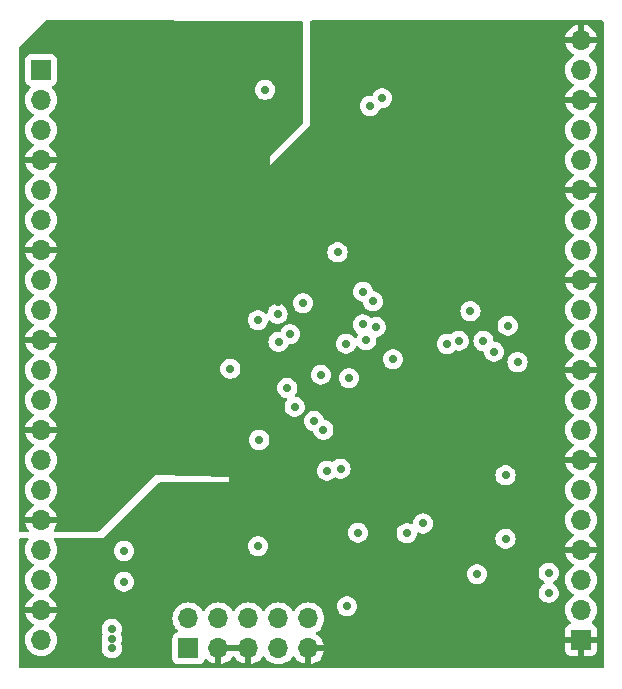
<source format=gbr>
%TF.GenerationSoftware,KiCad,Pcbnew,7.0.8*%
%TF.CreationDate,2024-01-04T13:39:42+01:00*%
%TF.ProjectId,OSSI_CM2,4f535349-5f43-44d3-922e-6b696361645f,rev?*%
%TF.SameCoordinates,Original*%
%TF.FileFunction,Copper,L2,Inr*%
%TF.FilePolarity,Positive*%
%FSLAX46Y46*%
G04 Gerber Fmt 4.6, Leading zero omitted, Abs format (unit mm)*
G04 Created by KiCad (PCBNEW 7.0.8) date 2024-01-04 13:39:42*
%MOMM*%
%LPD*%
G01*
G04 APERTURE LIST*
%TA.AperFunction,ComponentPad*%
%ADD10R,1.700000X1.700000*%
%TD*%
%TA.AperFunction,ComponentPad*%
%ADD11O,1.700000X1.700000*%
%TD*%
%TA.AperFunction,ViaPad*%
%ADD12C,0.700000*%
%TD*%
G04 APERTURE END LIST*
D10*
%TO.N,+3V3*%
%TO.C,X101*%
X131850000Y-126454000D03*
D11*
%TO.N,/SWD_DIO{slash}PA13*%
X131850000Y-123914000D03*
%TO.N,GND*%
X134390000Y-126454000D03*
%TO.N,/SWD_CLK{slash}PA14*%
X134390000Y-123914000D03*
%TO.N,GND*%
X136930000Y-126454000D03*
%TO.N,/TRACE_SWO{slash}PB3*%
X136930000Y-123914000D03*
%TO.N,unconnected-(X101-Pad7)*%
X139470000Y-126454000D03*
%TO.N,Net-(U101B-PH3{slash}BOOT0)*%
X139470000Y-123914000D03*
%TO.N,GND*%
X142010000Y-126454000D03*
%TO.N,Net-(U101B-~{RST})*%
X142010000Y-123914000D03*
%TD*%
D10*
%TO.N,+3V3_ANA*%
%TO.C,X201*%
X119380000Y-77470000D03*
D11*
%TO.N,1V25_REF*%
X119380000Y-80010000D03*
%TO.N,2V50_REF*%
X119380000Y-82550000D03*
%TO.N,AGND*%
X119380000Y-85090000D03*
%TO.N,AC_Grid_Voltage*%
X119380000Y-87630000D03*
%TO.N,Relay_Ctrl_Voltage*%
X119380000Y-90170000D03*
%TO.N,AGND*%
X119380000Y-92710000D03*
%TO.N,DC_Link_Voltage*%
X119380000Y-95250000D03*
%TO.N,AC_Current*%
X119380000Y-97790000D03*
%TO.N,AGND*%
X119380000Y-100330000D03*
%TO.N,AC_Relay_Voltage*%
X119380000Y-102870000D03*
%TO.N,DC_Input_Voltage*%
X119380000Y-105410000D03*
%TO.N,AGND*%
X119380000Y-107950000D03*
%TO.N,DC_Current*%
X119380000Y-110490000D03*
%TO.N,AC_Inverter_Voltage*%
X119380000Y-113030000D03*
%TO.N,AGND*%
X119380000Y-115570000D03*
%TO.N,LED_Red_Ctrl*%
X119380000Y-118110000D03*
%TO.N,LED_Green_Ctrl*%
X119380000Y-120650000D03*
%TO.N,GND*%
X119380000Y-123190000D03*
%TO.N,+3V3*%
X119380000Y-125730000D03*
%TD*%
D10*
%TO.N,GND*%
%TO.C,X202*%
X165100000Y-125730000D03*
D11*
%TO.N,UART_RX*%
X165100000Y-123190000D03*
%TO.N,UART_TX*%
X165100000Y-120650000D03*
%TO.N,GND*%
X165100000Y-118110000D03*
%TO.N,I2C_Dat*%
X165100000Y-115570000D03*
%TO.N,I2C_Clk*%
X165100000Y-113030000D03*
%TO.N,GND*%
X165100000Y-110490000D03*
%TO.N,HISIDE_PWM_\u00B5C*%
X165100000Y-107950000D03*
%TO.N,Boost_T1*%
X165100000Y-105410000D03*
%TO.N,GND*%
X165100000Y-102870000D03*
%TO.N,Relay_Voltage_Ctrl*%
X165100000Y-100330000D03*
%TO.N,Bridge_T1*%
X165100000Y-97790000D03*
%TO.N,GND*%
X165100000Y-95250000D03*
%TO.N,Bridge_T2*%
X165100000Y-92710000D03*
%TO.N,Bridge_T3*%
X165100000Y-90170000D03*
%TO.N,GND*%
X165100000Y-87630000D03*
%TO.N,Bridge_T4*%
X165100000Y-85090000D03*
%TO.N,Inv_Relay_Ctrl*%
X165100000Y-82550000D03*
%TO.N,GND*%
X165100000Y-80010000D03*
%TO.N,Grid_Relay_Ctrl*%
X165100000Y-77470000D03*
%TO.N,GND*%
X165100000Y-74930000D03*
%TD*%
D12*
%TO.N,GND*%
X151925000Y-127025000D03*
X152800000Y-83850000D03*
X145050000Y-95624500D03*
X133100000Y-117797400D03*
X136700000Y-100600000D03*
X141750000Y-91625000D03*
X149425000Y-88450000D03*
X145875000Y-118725000D03*
X134250000Y-105775000D03*
X154850000Y-74204000D03*
X139450000Y-97125000D03*
X139875000Y-88400000D03*
X143300000Y-84025000D03*
X133500000Y-115297400D03*
X153350000Y-121529000D03*
X123400000Y-122304000D03*
X157900000Y-125754000D03*
X143325000Y-104400000D03*
X150900000Y-74254000D03*
X145625000Y-91775000D03*
%TO.N,AGND*%
X136000000Y-83704000D03*
X137225000Y-86075000D03*
X133900000Y-86004000D03*
X124850000Y-81404000D03*
X133700000Y-88900000D03*
X138650000Y-92325000D03*
X135050000Y-74104000D03*
X130343523Y-104875000D03*
X132387023Y-89987024D03*
X128800000Y-95200000D03*
X127650000Y-97100000D03*
X124900000Y-76054000D03*
X137750000Y-97125000D03*
X131028445Y-91528445D03*
X132936800Y-108804000D03*
X140050000Y-79154000D03*
X127850000Y-81804000D03*
X127225000Y-99125000D03*
X128600000Y-104954000D03*
X129800000Y-75054000D03*
%TO.N,+3V3*%
X137750000Y-117797400D03*
X135400000Y-102775000D03*
X125350000Y-125629000D03*
X125350000Y-124804000D03*
X125350000Y-126454000D03*
X156300000Y-120179000D03*
X158700000Y-117154000D03*
X146196978Y-116646978D03*
X143050000Y-103275000D03*
X145269477Y-122894477D03*
X144475000Y-92925000D03*
X158700000Y-111804000D03*
%TO.N,Net-(U101A-PB10{slash}T2Ch3)*%
X145450000Y-103575000D03*
X154725000Y-100400000D03*
%TO.N,Net-(U101A-PB11{slash}T2Ch4)*%
X139475000Y-100500000D03*
X159712500Y-102212500D03*
%TO.N,Net-(U101A-PA8{slash}T1Ch1)*%
X158875000Y-99125000D03*
X143275000Y-107950000D03*
%TO.N,Net-(U101A-PA9{slash}T1Ch2)*%
X157725000Y-101325000D03*
X142475000Y-107200000D03*
%TO.N,Net-(U101A-PA10{slash}T1Ch3)*%
X156825000Y-100425000D03*
X140839444Y-105985556D03*
%TO.N,Net-(U101A-PA11{slash}T1Ch4)*%
X155725000Y-97900000D03*
X140224500Y-104412500D03*
%TO.N,I2C_Clk*%
X144725500Y-111225000D03*
X151725000Y-115875000D03*
%TO.N,I2C_Dat*%
X150325000Y-116704000D03*
X143584668Y-111409668D03*
%TO.N,Net-(U101A-PB2)*%
X126400000Y-118204000D03*
X137725000Y-98675500D03*
%TO.N,Net-(U101A-PB4)*%
X139400000Y-98125000D03*
X126400000Y-120804000D03*
%TO.N,Net-(U101A-PB5)*%
X146625000Y-99024500D03*
X146650000Y-96250000D03*
%TO.N,Net-(U101A-PA12)*%
X147225000Y-80525000D03*
X140450000Y-99850000D03*
%TO.N,Net-(U101A-PA15)*%
X145200000Y-100650000D03*
X148250000Y-79875000D03*
%TO.N,/TRACE_SWO{slash}PB3*%
X153750000Y-100677000D03*
X146900000Y-100375000D03*
%TO.N,UART_RX*%
X162350000Y-121750000D03*
X162350000Y-120034500D03*
%TO.N,Net-(U101B-PH3{slash}BOOT0)*%
X147475000Y-97075000D03*
X147700000Y-99225000D03*
%TO.N,Net-(U101B-~{RST})*%
X149150000Y-101975000D03*
X141550000Y-97225000D03*
%TO.N,+3V3_ANA*%
X138350000Y-79154000D03*
X137836800Y-108804000D03*
%TD*%
%TA.AperFunction,Conductor*%
%TO.N,AGND*%
G36*
X141426456Y-73365546D02*
G01*
X141493422Y-73385476D01*
X141538983Y-73438448D01*
X141550000Y-73489545D01*
X141550000Y-81948311D01*
X141530315Y-82015350D01*
X141513287Y-82036385D01*
X138750000Y-84774999D01*
X138725000Y-91350000D01*
X138725000Y-91350001D01*
X139213681Y-91838681D01*
X139247166Y-91900004D01*
X139250000Y-91926362D01*
X139250000Y-92585636D01*
X139230315Y-92652675D01*
X139227297Y-92657155D01*
X138699999Y-93404000D01*
X138677432Y-97642953D01*
X138660822Y-97704292D01*
X138618749Y-97777165D01*
X138567502Y-97934888D01*
X138563503Y-97947197D01*
X138559113Y-97988964D01*
X138532529Y-98053576D01*
X138475232Y-98093561D01*
X138435793Y-98100000D01*
X138406486Y-98100000D01*
X138339447Y-98080315D01*
X138314339Y-98058976D01*
X138297230Y-98039974D01*
X138152593Y-97934888D01*
X137989267Y-97862171D01*
X137989265Y-97862170D01*
X137861594Y-97835033D01*
X137814391Y-97825000D01*
X137635609Y-97825000D01*
X137604954Y-97831515D01*
X137460733Y-97862170D01*
X137460728Y-97862172D01*
X137297408Y-97934887D01*
X137172825Y-98025403D01*
X137152770Y-98039974D01*
X137135662Y-98058974D01*
X137076177Y-98095621D01*
X137043514Y-98100000D01*
X133475000Y-98100000D01*
X132025000Y-99499999D01*
X132025000Y-99500000D01*
X131800000Y-101400000D01*
X131800000Y-107225000D01*
X138626000Y-107225000D01*
X138693039Y-107244685D01*
X138738794Y-107297489D01*
X138750000Y-107349000D01*
X138750000Y-108224352D01*
X138730315Y-108291391D01*
X138677511Y-108337146D01*
X138608353Y-108347090D01*
X138544797Y-108318065D01*
X138533481Y-108305736D01*
X138533007Y-108306164D01*
X138409035Y-108168478D01*
X138409032Y-108168476D01*
X138409031Y-108168475D01*
X138409030Y-108168474D01*
X138264393Y-108063388D01*
X138101067Y-107990671D01*
X138101065Y-107990670D01*
X137973394Y-107963533D01*
X137926191Y-107953500D01*
X137747409Y-107953500D01*
X137716754Y-107960015D01*
X137572533Y-107990670D01*
X137572528Y-107990672D01*
X137409208Y-108063387D01*
X137264568Y-108168475D01*
X137144940Y-108301336D01*
X137055550Y-108456164D01*
X137055547Y-108456170D01*
X137000304Y-108626192D01*
X137000303Y-108626194D01*
X136981615Y-108804000D01*
X137000303Y-108981805D01*
X137000304Y-108981807D01*
X137055547Y-109151829D01*
X137055550Y-109151835D01*
X137144941Y-109306665D01*
X137153315Y-109315965D01*
X137264564Y-109439521D01*
X137264567Y-109439523D01*
X137264570Y-109439526D01*
X137409207Y-109544612D01*
X137572533Y-109617329D01*
X137747409Y-109654500D01*
X137747410Y-109654500D01*
X137926189Y-109654500D01*
X137926191Y-109654500D01*
X138101067Y-109617329D01*
X138264393Y-109544612D01*
X138409030Y-109439526D01*
X138528659Y-109306665D01*
X138528659Y-109306664D01*
X138533007Y-109301836D01*
X138534972Y-109303606D01*
X138580978Y-109268109D01*
X138650590Y-109262110D01*
X138712394Y-109294698D01*
X138746769Y-109355526D01*
X138750000Y-109383647D01*
X138750000Y-112280000D01*
X138730315Y-112347039D01*
X138677511Y-112392794D01*
X138626000Y-112404000D01*
X135424000Y-112404000D01*
X135356961Y-112384315D01*
X135311206Y-112331511D01*
X135300000Y-112280000D01*
X135300000Y-111903999D01*
X129148424Y-111805574D01*
X129050000Y-111804000D01*
X129049999Y-111804000D01*
X124285873Y-116518500D01*
X124224375Y-116551664D01*
X124199533Y-116554358D01*
X120559765Y-116580215D01*
X120492587Y-116561007D01*
X120446458Y-116508529D01*
X120436024Y-116439443D01*
X120457310Y-116385094D01*
X120553595Y-116247585D01*
X120553599Y-116247579D01*
X120653429Y-116033492D01*
X120653432Y-116033486D01*
X120710636Y-115820000D01*
X119813686Y-115820000D01*
X119839493Y-115779844D01*
X119880000Y-115641889D01*
X119880000Y-115498111D01*
X119839493Y-115360156D01*
X119813686Y-115320000D01*
X120710636Y-115320000D01*
X120710635Y-115319999D01*
X120653432Y-115106513D01*
X120653429Y-115106507D01*
X120553600Y-114892422D01*
X120553599Y-114892420D01*
X120418113Y-114698926D01*
X120418108Y-114698920D01*
X120251078Y-114531890D01*
X120065405Y-114401879D01*
X120021780Y-114347302D01*
X120014588Y-114277804D01*
X120046110Y-114215449D01*
X120065406Y-114198730D01*
X120251401Y-114068495D01*
X120418495Y-113901401D01*
X120554035Y-113707830D01*
X120653903Y-113493663D01*
X120715063Y-113265408D01*
X120735659Y-113030000D01*
X120715063Y-112794592D01*
X120653903Y-112566337D01*
X120554035Y-112352171D01*
X120418495Y-112158599D01*
X120418494Y-112158597D01*
X120251402Y-111991506D01*
X120251396Y-111991501D01*
X120065842Y-111861575D01*
X120022217Y-111806998D01*
X120015023Y-111737500D01*
X120046546Y-111675145D01*
X120065842Y-111658425D01*
X120088026Y-111642891D01*
X120251401Y-111528495D01*
X120418495Y-111361401D01*
X120554035Y-111167830D01*
X120653903Y-110953663D01*
X120715063Y-110725408D01*
X120735659Y-110490000D01*
X120715063Y-110254592D01*
X120653903Y-110026337D01*
X120554035Y-109812171D01*
X120418495Y-109618599D01*
X120418494Y-109618597D01*
X120251402Y-109451506D01*
X120251401Y-109451505D01*
X120065405Y-109321269D01*
X120021781Y-109266692D01*
X120014588Y-109197193D01*
X120046110Y-109134839D01*
X120065405Y-109118119D01*
X120251082Y-108988105D01*
X120418105Y-108821082D01*
X120553600Y-108627578D01*
X120653429Y-108413492D01*
X120653432Y-108413486D01*
X120710636Y-108200000D01*
X119813686Y-108200000D01*
X119839493Y-108159844D01*
X119880000Y-108021889D01*
X119880000Y-107878111D01*
X119839493Y-107740156D01*
X119813686Y-107700000D01*
X120710636Y-107700000D01*
X120710635Y-107699999D01*
X120653432Y-107486513D01*
X120653429Y-107486507D01*
X120553600Y-107272422D01*
X120553599Y-107272420D01*
X120418113Y-107078926D01*
X120418108Y-107078920D01*
X120251078Y-106911890D01*
X120065405Y-106781879D01*
X120021780Y-106727302D01*
X120014588Y-106657804D01*
X120046110Y-106595449D01*
X120065406Y-106578730D01*
X120194666Y-106488221D01*
X120251401Y-106448495D01*
X120418495Y-106281401D01*
X120554035Y-106087830D01*
X120653903Y-105873663D01*
X120715063Y-105645408D01*
X120735659Y-105410000D01*
X120715063Y-105174592D01*
X120653903Y-104946337D01*
X120554035Y-104732171D01*
X120454699Y-104590303D01*
X120418494Y-104538597D01*
X120251402Y-104371506D01*
X120251396Y-104371501D01*
X120065842Y-104241575D01*
X120022217Y-104186998D01*
X120015023Y-104117500D01*
X120046546Y-104055145D01*
X120065842Y-104038425D01*
X120249487Y-103909835D01*
X120251401Y-103908495D01*
X120418495Y-103741401D01*
X120554035Y-103547830D01*
X120653903Y-103333663D01*
X120715063Y-103105408D01*
X120735659Y-102870000D01*
X120715063Y-102634592D01*
X120653903Y-102406337D01*
X120554035Y-102192171D01*
X120517137Y-102139474D01*
X120418494Y-101998597D01*
X120251402Y-101831506D01*
X120251401Y-101831505D01*
X120065405Y-101701269D01*
X120021781Y-101646692D01*
X120014588Y-101577193D01*
X120046110Y-101514839D01*
X120065405Y-101498119D01*
X120251082Y-101368105D01*
X120418105Y-101201082D01*
X120553600Y-101007578D01*
X120653429Y-100793492D01*
X120653432Y-100793486D01*
X120710636Y-100580000D01*
X119813686Y-100580000D01*
X119839493Y-100539844D01*
X119880000Y-100401889D01*
X119880000Y-100258111D01*
X119839493Y-100120156D01*
X119813686Y-100080000D01*
X120710636Y-100080000D01*
X120710635Y-100079999D01*
X120653432Y-99866513D01*
X120653429Y-99866507D01*
X120553600Y-99652422D01*
X120553599Y-99652420D01*
X120418113Y-99458926D01*
X120418108Y-99458920D01*
X120251078Y-99291890D01*
X120065405Y-99161879D01*
X120021780Y-99107302D01*
X120014588Y-99037804D01*
X120046110Y-98975449D01*
X120065406Y-98958730D01*
X120198392Y-98865612D01*
X120251401Y-98828495D01*
X120418495Y-98661401D01*
X120554035Y-98467830D01*
X120653903Y-98253663D01*
X120715063Y-98025408D01*
X120735659Y-97790000D01*
X120715063Y-97554592D01*
X120653903Y-97326337D01*
X120554035Y-97112171D01*
X120475280Y-96999696D01*
X120418494Y-96918597D01*
X120251402Y-96751506D01*
X120251396Y-96751501D01*
X120065842Y-96621575D01*
X120022217Y-96566998D01*
X120015023Y-96497500D01*
X120046546Y-96435145D01*
X120065842Y-96418425D01*
X120128573Y-96374500D01*
X120251401Y-96288495D01*
X120418495Y-96121401D01*
X120554035Y-95927830D01*
X120653903Y-95713663D01*
X120715063Y-95485408D01*
X120735659Y-95250000D01*
X120715063Y-95014592D01*
X120653903Y-94786337D01*
X120554035Y-94572171D01*
X120418495Y-94378599D01*
X120418494Y-94378597D01*
X120251402Y-94211506D01*
X120251401Y-94211505D01*
X120065405Y-94081269D01*
X120021781Y-94026692D01*
X120014588Y-93957193D01*
X120046110Y-93894839D01*
X120065405Y-93878119D01*
X120251082Y-93748105D01*
X120418105Y-93581082D01*
X120553600Y-93387578D01*
X120653429Y-93173492D01*
X120653432Y-93173486D01*
X120710636Y-92960000D01*
X119813686Y-92960000D01*
X119839493Y-92919844D01*
X119880000Y-92781889D01*
X119880000Y-92638111D01*
X119839493Y-92500156D01*
X119813686Y-92460000D01*
X120710636Y-92460000D01*
X120710635Y-92459999D01*
X120653432Y-92246513D01*
X120653429Y-92246507D01*
X120553600Y-92032422D01*
X120553599Y-92032420D01*
X120418113Y-91838926D01*
X120418108Y-91838920D01*
X120251078Y-91671890D01*
X120065405Y-91541879D01*
X120021780Y-91487302D01*
X120014588Y-91417804D01*
X120046110Y-91355449D01*
X120065406Y-91338730D01*
X120125074Y-91296950D01*
X120251401Y-91208495D01*
X120418495Y-91041401D01*
X120554035Y-90847830D01*
X120653903Y-90633663D01*
X120715063Y-90405408D01*
X120735659Y-90170000D01*
X120715063Y-89934592D01*
X120653903Y-89706337D01*
X120554035Y-89492171D01*
X120418495Y-89298599D01*
X120418494Y-89298597D01*
X120251402Y-89131506D01*
X120251396Y-89131501D01*
X120065842Y-89001575D01*
X120022217Y-88946998D01*
X120015023Y-88877500D01*
X120046546Y-88815145D01*
X120065842Y-88798425D01*
X120088026Y-88782891D01*
X120251401Y-88668495D01*
X120418495Y-88501401D01*
X120554035Y-88307830D01*
X120653903Y-88093663D01*
X120715063Y-87865408D01*
X120735659Y-87630000D01*
X120715063Y-87394592D01*
X120653903Y-87166337D01*
X120554035Y-86952171D01*
X120418495Y-86758599D01*
X120418494Y-86758597D01*
X120251402Y-86591506D01*
X120251401Y-86591505D01*
X120065405Y-86461269D01*
X120021781Y-86406692D01*
X120014588Y-86337193D01*
X120046110Y-86274839D01*
X120065405Y-86258119D01*
X120251082Y-86128105D01*
X120418105Y-85961082D01*
X120553600Y-85767578D01*
X120653429Y-85553492D01*
X120653432Y-85553486D01*
X120710636Y-85340000D01*
X119813686Y-85340000D01*
X119839493Y-85299844D01*
X119880000Y-85161889D01*
X119880000Y-85018111D01*
X119839493Y-84880156D01*
X119813686Y-84840000D01*
X120710636Y-84840000D01*
X120710635Y-84839999D01*
X120653432Y-84626513D01*
X120653429Y-84626507D01*
X120553600Y-84412422D01*
X120553599Y-84412420D01*
X120418113Y-84218926D01*
X120418108Y-84218920D01*
X120251078Y-84051890D01*
X120065405Y-83921879D01*
X120021780Y-83867302D01*
X120014588Y-83797804D01*
X120046110Y-83735449D01*
X120065406Y-83718730D01*
X120251401Y-83588495D01*
X120418495Y-83421401D01*
X120554035Y-83227830D01*
X120653903Y-83013663D01*
X120715063Y-82785408D01*
X120735659Y-82550000D01*
X120715063Y-82314592D01*
X120653903Y-82086337D01*
X120554035Y-81872171D01*
X120418495Y-81678599D01*
X120418494Y-81678597D01*
X120251402Y-81511506D01*
X120251396Y-81511501D01*
X120065842Y-81381575D01*
X120022217Y-81326998D01*
X120015023Y-81257500D01*
X120046546Y-81195145D01*
X120065842Y-81178425D01*
X120088026Y-81162891D01*
X120251401Y-81048495D01*
X120418495Y-80881401D01*
X120554035Y-80687830D01*
X120653903Y-80473663D01*
X120715063Y-80245408D01*
X120735659Y-80010000D01*
X120715063Y-79774592D01*
X120653903Y-79546337D01*
X120554035Y-79332171D01*
X120553780Y-79331807D01*
X120429279Y-79154000D01*
X137494815Y-79154000D01*
X137513503Y-79331805D01*
X137513504Y-79331807D01*
X137568747Y-79501829D01*
X137568750Y-79501835D01*
X137658141Y-79656665D01*
X137699812Y-79702946D01*
X137777764Y-79789521D01*
X137777767Y-79789523D01*
X137777770Y-79789526D01*
X137922407Y-79894612D01*
X138085733Y-79967329D01*
X138260609Y-80004500D01*
X138260610Y-80004500D01*
X138439389Y-80004500D01*
X138439391Y-80004500D01*
X138614267Y-79967329D01*
X138777593Y-79894612D01*
X138922230Y-79789526D01*
X139041859Y-79656665D01*
X139131250Y-79501835D01*
X139186497Y-79331803D01*
X139205185Y-79154000D01*
X139186497Y-78976197D01*
X139135908Y-78820500D01*
X139131252Y-78806170D01*
X139131249Y-78806164D01*
X139041859Y-78651335D01*
X138961723Y-78562335D01*
X138922235Y-78518478D01*
X138922232Y-78518476D01*
X138922231Y-78518475D01*
X138922230Y-78518474D01*
X138777593Y-78413388D01*
X138614267Y-78340671D01*
X138614265Y-78340670D01*
X138486594Y-78313533D01*
X138439391Y-78303500D01*
X138260609Y-78303500D01*
X138229954Y-78310015D01*
X138085733Y-78340670D01*
X138085728Y-78340672D01*
X137922408Y-78413387D01*
X137777768Y-78518475D01*
X137658140Y-78651336D01*
X137568750Y-78806164D01*
X137568747Y-78806170D01*
X137513504Y-78976192D01*
X137513503Y-78976194D01*
X137494815Y-79154000D01*
X120429279Y-79154000D01*
X120418496Y-79138600D01*
X120418495Y-79138599D01*
X120296567Y-79016671D01*
X120263084Y-78955351D01*
X120268068Y-78885659D01*
X120309939Y-78829725D01*
X120340915Y-78812810D01*
X120472331Y-78763796D01*
X120587546Y-78677546D01*
X120673796Y-78562331D01*
X120724091Y-78427483D01*
X120730500Y-78367873D01*
X120730499Y-76572128D01*
X120724091Y-76512517D01*
X120673796Y-76377669D01*
X120673795Y-76377668D01*
X120673793Y-76377664D01*
X120587547Y-76262455D01*
X120587544Y-76262452D01*
X120472335Y-76176206D01*
X120472328Y-76176202D01*
X120337482Y-76125908D01*
X120337483Y-76125908D01*
X120277883Y-76119501D01*
X120277881Y-76119500D01*
X120277873Y-76119500D01*
X120277864Y-76119500D01*
X118482129Y-76119500D01*
X118482123Y-76119501D01*
X118422516Y-76125908D01*
X118287671Y-76176202D01*
X118287664Y-76176206D01*
X118172455Y-76262452D01*
X118172452Y-76262455D01*
X118086206Y-76377664D01*
X118086202Y-76377671D01*
X118035908Y-76512517D01*
X118029501Y-76572116D01*
X118029501Y-76572123D01*
X118029500Y-76572135D01*
X118029500Y-78367870D01*
X118029501Y-78367876D01*
X118035908Y-78427483D01*
X118086202Y-78562328D01*
X118086206Y-78562335D01*
X118172452Y-78677544D01*
X118172455Y-78677547D01*
X118287664Y-78763793D01*
X118287671Y-78763797D01*
X118419081Y-78812810D01*
X118475015Y-78854681D01*
X118499432Y-78920145D01*
X118484580Y-78988418D01*
X118463430Y-79016673D01*
X118341503Y-79138600D01*
X118205965Y-79332169D01*
X118205964Y-79332171D01*
X118106098Y-79546335D01*
X118106094Y-79546344D01*
X118044938Y-79774586D01*
X118044936Y-79774596D01*
X118024341Y-80009999D01*
X118024341Y-80010000D01*
X118044936Y-80245403D01*
X118044938Y-80245413D01*
X118106094Y-80473655D01*
X118106096Y-80473659D01*
X118106097Y-80473663D01*
X118205965Y-80687830D01*
X118205967Y-80687834D01*
X118341501Y-80881395D01*
X118341506Y-80881402D01*
X118508597Y-81048493D01*
X118508603Y-81048498D01*
X118694158Y-81178425D01*
X118737783Y-81233002D01*
X118744977Y-81302500D01*
X118713454Y-81364855D01*
X118694158Y-81381575D01*
X118508597Y-81511505D01*
X118341505Y-81678597D01*
X118205965Y-81872169D01*
X118205964Y-81872171D01*
X118106098Y-82086335D01*
X118106094Y-82086344D01*
X118044938Y-82314586D01*
X118044936Y-82314596D01*
X118024341Y-82549999D01*
X118024341Y-82550000D01*
X118044936Y-82785403D01*
X118044938Y-82785413D01*
X118106094Y-83013655D01*
X118106096Y-83013659D01*
X118106097Y-83013663D01*
X118205965Y-83227830D01*
X118205967Y-83227834D01*
X118341501Y-83421395D01*
X118341506Y-83421402D01*
X118508597Y-83588493D01*
X118508603Y-83588498D01*
X118694594Y-83718730D01*
X118738219Y-83773307D01*
X118745413Y-83842805D01*
X118713890Y-83905160D01*
X118694595Y-83921880D01*
X118508922Y-84051890D01*
X118508920Y-84051891D01*
X118341891Y-84218920D01*
X118341886Y-84218926D01*
X118206400Y-84412420D01*
X118206399Y-84412422D01*
X118106570Y-84626507D01*
X118106567Y-84626513D01*
X118049364Y-84839999D01*
X118049364Y-84840000D01*
X118946314Y-84840000D01*
X118920507Y-84880156D01*
X118880000Y-85018111D01*
X118880000Y-85161889D01*
X118920507Y-85299844D01*
X118946314Y-85340000D01*
X118049364Y-85340000D01*
X118106567Y-85553486D01*
X118106570Y-85553492D01*
X118206399Y-85767578D01*
X118341894Y-85961082D01*
X118508917Y-86128105D01*
X118694595Y-86258119D01*
X118738219Y-86312696D01*
X118745412Y-86382195D01*
X118713890Y-86444549D01*
X118694595Y-86461269D01*
X118508594Y-86591508D01*
X118341505Y-86758597D01*
X118205965Y-86952169D01*
X118205964Y-86952171D01*
X118106098Y-87166335D01*
X118106094Y-87166344D01*
X118044938Y-87394586D01*
X118044936Y-87394596D01*
X118024341Y-87629999D01*
X118024341Y-87630000D01*
X118044936Y-87865403D01*
X118044938Y-87865413D01*
X118106094Y-88093655D01*
X118106096Y-88093659D01*
X118106097Y-88093663D01*
X118137804Y-88161658D01*
X118205965Y-88307830D01*
X118205967Y-88307834D01*
X118341501Y-88501395D01*
X118341506Y-88501402D01*
X118508597Y-88668493D01*
X118508603Y-88668498D01*
X118694158Y-88798425D01*
X118737783Y-88853002D01*
X118744977Y-88922500D01*
X118713454Y-88984855D01*
X118694158Y-89001575D01*
X118508597Y-89131505D01*
X118341505Y-89298597D01*
X118205965Y-89492169D01*
X118205964Y-89492171D01*
X118106098Y-89706335D01*
X118106094Y-89706344D01*
X118044938Y-89934586D01*
X118044936Y-89934596D01*
X118024341Y-90169999D01*
X118024341Y-90170000D01*
X118044936Y-90405403D01*
X118044938Y-90405413D01*
X118106094Y-90633655D01*
X118106096Y-90633659D01*
X118106097Y-90633663D01*
X118205965Y-90847830D01*
X118205967Y-90847834D01*
X118341501Y-91041395D01*
X118341506Y-91041402D01*
X118508597Y-91208493D01*
X118508603Y-91208498D01*
X118694594Y-91338730D01*
X118738219Y-91393307D01*
X118745413Y-91462805D01*
X118713890Y-91525160D01*
X118694595Y-91541880D01*
X118508922Y-91671890D01*
X118508920Y-91671891D01*
X118341891Y-91838920D01*
X118341886Y-91838926D01*
X118206400Y-92032420D01*
X118206399Y-92032422D01*
X118106570Y-92246507D01*
X118106567Y-92246513D01*
X118049364Y-92459999D01*
X118049364Y-92460000D01*
X118946314Y-92460000D01*
X118920507Y-92500156D01*
X118880000Y-92638111D01*
X118880000Y-92781889D01*
X118920507Y-92919844D01*
X118946314Y-92960000D01*
X118049364Y-92960000D01*
X118106567Y-93173486D01*
X118106570Y-93173492D01*
X118206399Y-93387578D01*
X118341894Y-93581082D01*
X118508917Y-93748105D01*
X118694595Y-93878119D01*
X118738219Y-93932696D01*
X118745412Y-94002195D01*
X118713890Y-94064549D01*
X118694595Y-94081269D01*
X118508594Y-94211508D01*
X118341505Y-94378597D01*
X118205965Y-94572169D01*
X118205964Y-94572171D01*
X118106098Y-94786335D01*
X118106094Y-94786344D01*
X118044938Y-95014586D01*
X118044936Y-95014596D01*
X118024341Y-95249999D01*
X118024341Y-95250000D01*
X118044936Y-95485403D01*
X118044938Y-95485413D01*
X118106094Y-95713655D01*
X118106096Y-95713659D01*
X118106097Y-95713663D01*
X118205965Y-95927830D01*
X118205967Y-95927834D01*
X118341501Y-96121395D01*
X118341506Y-96121402D01*
X118508597Y-96288493D01*
X118508603Y-96288498D01*
X118694158Y-96418425D01*
X118737783Y-96473002D01*
X118744977Y-96542500D01*
X118713454Y-96604855D01*
X118694158Y-96621575D01*
X118508597Y-96751505D01*
X118341505Y-96918597D01*
X118205965Y-97112169D01*
X118205964Y-97112171D01*
X118106098Y-97326335D01*
X118106094Y-97326344D01*
X118044938Y-97554586D01*
X118044936Y-97554596D01*
X118024341Y-97789999D01*
X118024341Y-97790000D01*
X118044936Y-98025403D01*
X118044938Y-98025413D01*
X118106094Y-98253655D01*
X118106096Y-98253659D01*
X118106097Y-98253663D01*
X118140605Y-98327665D01*
X118205965Y-98467830D01*
X118205967Y-98467834D01*
X118341501Y-98661395D01*
X118341506Y-98661402D01*
X118508597Y-98828493D01*
X118508603Y-98828498D01*
X118694594Y-98958730D01*
X118738219Y-99013307D01*
X118745413Y-99082805D01*
X118713890Y-99145160D01*
X118694595Y-99161880D01*
X118508922Y-99291890D01*
X118508920Y-99291891D01*
X118341891Y-99458920D01*
X118341886Y-99458926D01*
X118206400Y-99652420D01*
X118206399Y-99652422D01*
X118106570Y-99866507D01*
X118106567Y-99866513D01*
X118049364Y-100079999D01*
X118049364Y-100080000D01*
X118946314Y-100080000D01*
X118920507Y-100120156D01*
X118880000Y-100258111D01*
X118880000Y-100401889D01*
X118920507Y-100539844D01*
X118946314Y-100580000D01*
X118049364Y-100580000D01*
X118106567Y-100793486D01*
X118106570Y-100793492D01*
X118206399Y-101007578D01*
X118341894Y-101201082D01*
X118508917Y-101368105D01*
X118694595Y-101498119D01*
X118738219Y-101552696D01*
X118745412Y-101622195D01*
X118713890Y-101684549D01*
X118694595Y-101701269D01*
X118508594Y-101831508D01*
X118341505Y-101998597D01*
X118205965Y-102192169D01*
X118205964Y-102192171D01*
X118106098Y-102406335D01*
X118106094Y-102406344D01*
X118044938Y-102634586D01*
X118044936Y-102634596D01*
X118024341Y-102869999D01*
X118024341Y-102870000D01*
X118044936Y-103105403D01*
X118044938Y-103105413D01*
X118106094Y-103333655D01*
X118106096Y-103333659D01*
X118106097Y-103333663D01*
X118205965Y-103547830D01*
X118205967Y-103547834D01*
X118341501Y-103741395D01*
X118341506Y-103741402D01*
X118508597Y-103908493D01*
X118508603Y-103908498D01*
X118694158Y-104038425D01*
X118737783Y-104093002D01*
X118744977Y-104162500D01*
X118713454Y-104224855D01*
X118694158Y-104241575D01*
X118508597Y-104371505D01*
X118341505Y-104538597D01*
X118205965Y-104732169D01*
X118205964Y-104732171D01*
X118106098Y-104946335D01*
X118106094Y-104946344D01*
X118044938Y-105174586D01*
X118044936Y-105174596D01*
X118024341Y-105409999D01*
X118024341Y-105410000D01*
X118044936Y-105645403D01*
X118044938Y-105645413D01*
X118106094Y-105873655D01*
X118106096Y-105873659D01*
X118106097Y-105873663D01*
X118118520Y-105900304D01*
X118205965Y-106087830D01*
X118205967Y-106087834D01*
X118341501Y-106281395D01*
X118341506Y-106281402D01*
X118508597Y-106448493D01*
X118508603Y-106448498D01*
X118694594Y-106578730D01*
X118738219Y-106633307D01*
X118745413Y-106702805D01*
X118713890Y-106765160D01*
X118694595Y-106781880D01*
X118508922Y-106911890D01*
X118508920Y-106911891D01*
X118341891Y-107078920D01*
X118341886Y-107078926D01*
X118206400Y-107272420D01*
X118206399Y-107272422D01*
X118106570Y-107486507D01*
X118106567Y-107486513D01*
X118049364Y-107699999D01*
X118049364Y-107700000D01*
X118946314Y-107700000D01*
X118920507Y-107740156D01*
X118880000Y-107878111D01*
X118880000Y-108021889D01*
X118920507Y-108159844D01*
X118946314Y-108200000D01*
X118049364Y-108200000D01*
X118106567Y-108413486D01*
X118106570Y-108413492D01*
X118206399Y-108627578D01*
X118341894Y-108821082D01*
X118508917Y-108988105D01*
X118694595Y-109118119D01*
X118738219Y-109172696D01*
X118745412Y-109242195D01*
X118713890Y-109304549D01*
X118694595Y-109321269D01*
X118508594Y-109451508D01*
X118341505Y-109618597D01*
X118205965Y-109812169D01*
X118205964Y-109812171D01*
X118106098Y-110026335D01*
X118106094Y-110026344D01*
X118044938Y-110254586D01*
X118044936Y-110254596D01*
X118024341Y-110489999D01*
X118024341Y-110490000D01*
X118044936Y-110725403D01*
X118044938Y-110725413D01*
X118106094Y-110953655D01*
X118106096Y-110953659D01*
X118106097Y-110953663D01*
X118205965Y-111167830D01*
X118205967Y-111167834D01*
X118341501Y-111361395D01*
X118341506Y-111361402D01*
X118508597Y-111528493D01*
X118508603Y-111528498D01*
X118694158Y-111658425D01*
X118737783Y-111713002D01*
X118744977Y-111782500D01*
X118713454Y-111844855D01*
X118694158Y-111861575D01*
X118508597Y-111991505D01*
X118341505Y-112158597D01*
X118205965Y-112352169D01*
X118205964Y-112352171D01*
X118106098Y-112566335D01*
X118106094Y-112566344D01*
X118044938Y-112794586D01*
X118044936Y-112794596D01*
X118024341Y-113029999D01*
X118024341Y-113030000D01*
X118044936Y-113265403D01*
X118044938Y-113265413D01*
X118106094Y-113493655D01*
X118106096Y-113493659D01*
X118106097Y-113493663D01*
X118205965Y-113707830D01*
X118205967Y-113707834D01*
X118341501Y-113901395D01*
X118341506Y-113901402D01*
X118508597Y-114068493D01*
X118508603Y-114068498D01*
X118694594Y-114198730D01*
X118738219Y-114253307D01*
X118745413Y-114322805D01*
X118713890Y-114385160D01*
X118694595Y-114401880D01*
X118508922Y-114531890D01*
X118508920Y-114531891D01*
X118341891Y-114698920D01*
X118341886Y-114698926D01*
X118206400Y-114892420D01*
X118206399Y-114892422D01*
X118106570Y-115106507D01*
X118106567Y-115106513D01*
X118049364Y-115319999D01*
X118049364Y-115320000D01*
X118946314Y-115320000D01*
X118920507Y-115360156D01*
X118880000Y-115498111D01*
X118880000Y-115641889D01*
X118920507Y-115779844D01*
X118946314Y-115820000D01*
X118049364Y-115820000D01*
X118106567Y-116033486D01*
X118106570Y-116033492D01*
X118206400Y-116247579D01*
X118206404Y-116247585D01*
X118314360Y-116401761D01*
X118336688Y-116467967D01*
X118319678Y-116535734D01*
X118268730Y-116583548D01*
X118213667Y-116596882D01*
X117625381Y-116601061D01*
X117558203Y-116581853D01*
X117512074Y-116529375D01*
X117500500Y-116477064D01*
X117500500Y-75651348D01*
X117520185Y-75584309D01*
X117536550Y-75563935D01*
X119763844Y-73323084D01*
X119825065Y-73289414D01*
X119851791Y-73286500D01*
X119888378Y-73286500D01*
X141426456Y-73365546D01*
G37*
%TD.AperFunction*%
%TD*%
%TA.AperFunction,Conductor*%
%TO.N,GND*%
G36*
X136470507Y-126244156D02*
G01*
X136430000Y-126382111D01*
X136430000Y-126525889D01*
X136470507Y-126663844D01*
X136496314Y-126704000D01*
X134823686Y-126704000D01*
X134849493Y-126663844D01*
X134890000Y-126525889D01*
X134890000Y-126382111D01*
X134849493Y-126244156D01*
X134823686Y-126204000D01*
X136496314Y-126204000D01*
X136470507Y-126244156D01*
G37*
%TD.AperFunction*%
%TA.AperFunction,Conductor*%
G36*
X166942539Y-73306185D02*
G01*
X166988294Y-73358989D01*
X166999500Y-73410500D01*
X166999500Y-128025500D01*
X166979815Y-128092539D01*
X166927011Y-128138294D01*
X166875500Y-128149500D01*
X117624500Y-128149500D01*
X117557461Y-128129815D01*
X117511706Y-128077011D01*
X117500500Y-128025500D01*
X117500500Y-117228000D01*
X117520185Y-117160961D01*
X117572989Y-117115206D01*
X117624500Y-117104000D01*
X118197550Y-117104000D01*
X118264589Y-117123685D01*
X118310344Y-117176489D01*
X118320288Y-117245647D01*
X118299125Y-117299123D01*
X118205965Y-117432169D01*
X118205964Y-117432171D01*
X118106098Y-117646335D01*
X118106094Y-117646344D01*
X118044938Y-117874586D01*
X118044936Y-117874596D01*
X118024341Y-118109999D01*
X118024341Y-118110000D01*
X118044936Y-118345403D01*
X118044938Y-118345413D01*
X118106094Y-118573655D01*
X118106096Y-118573659D01*
X118106097Y-118573663D01*
X118168116Y-118706663D01*
X118205965Y-118787830D01*
X118205967Y-118787834D01*
X118341501Y-118981395D01*
X118341506Y-118981402D01*
X118508597Y-119148493D01*
X118508603Y-119148498D01*
X118694158Y-119278425D01*
X118737783Y-119333002D01*
X118744977Y-119402500D01*
X118713454Y-119464855D01*
X118694158Y-119481575D01*
X118508597Y-119611505D01*
X118341505Y-119778597D01*
X118205965Y-119972169D01*
X118205964Y-119972171D01*
X118106098Y-120186335D01*
X118106094Y-120186344D01*
X118044938Y-120414586D01*
X118044936Y-120414596D01*
X118024341Y-120649999D01*
X118024341Y-120650000D01*
X118044936Y-120885403D01*
X118044938Y-120885413D01*
X118106094Y-121113655D01*
X118106096Y-121113659D01*
X118106097Y-121113663D01*
X118168430Y-121247336D01*
X118205965Y-121327830D01*
X118205967Y-121327834D01*
X118341501Y-121521395D01*
X118341506Y-121521402D01*
X118508597Y-121688493D01*
X118508603Y-121688498D01*
X118694594Y-121818730D01*
X118738219Y-121873307D01*
X118745413Y-121942805D01*
X118713890Y-122005160D01*
X118694595Y-122021880D01*
X118508922Y-122151890D01*
X118508920Y-122151891D01*
X118341891Y-122318920D01*
X118341886Y-122318926D01*
X118206400Y-122512420D01*
X118206399Y-122512422D01*
X118106570Y-122726507D01*
X118106567Y-122726513D01*
X118049364Y-122939999D01*
X118049364Y-122940000D01*
X118946314Y-122940000D01*
X118920507Y-122980156D01*
X118880000Y-123118111D01*
X118880000Y-123261889D01*
X118920507Y-123399844D01*
X118946314Y-123440000D01*
X118049364Y-123440000D01*
X118106567Y-123653486D01*
X118106570Y-123653492D01*
X118206399Y-123867578D01*
X118341894Y-124061082D01*
X118508917Y-124228105D01*
X118694595Y-124358119D01*
X118738219Y-124412696D01*
X118745412Y-124482195D01*
X118713890Y-124544549D01*
X118694595Y-124561269D01*
X118508594Y-124691508D01*
X118341505Y-124858597D01*
X118205965Y-125052169D01*
X118205964Y-125052171D01*
X118106098Y-125266335D01*
X118106094Y-125266344D01*
X118044938Y-125494586D01*
X118044936Y-125494596D01*
X118024341Y-125729999D01*
X118024341Y-125730000D01*
X118044936Y-125965403D01*
X118044938Y-125965413D01*
X118106094Y-126193655D01*
X118106096Y-126193659D01*
X118106097Y-126193663D01*
X118144720Y-126276489D01*
X118205965Y-126407830D01*
X118205967Y-126407834D01*
X118288631Y-126525889D01*
X118341505Y-126601401D01*
X118508599Y-126768495D01*
X118585135Y-126822086D01*
X118702165Y-126904032D01*
X118702167Y-126904033D01*
X118702170Y-126904035D01*
X118916337Y-127003903D01*
X119144592Y-127065063D01*
X119315319Y-127080000D01*
X119379999Y-127085659D01*
X119380000Y-127085659D01*
X119380001Y-127085659D01*
X119444681Y-127080000D01*
X119615408Y-127065063D01*
X119843663Y-127003903D01*
X120057830Y-126904035D01*
X120251401Y-126768495D01*
X120418495Y-126601401D01*
X120521706Y-126454000D01*
X124494815Y-126454000D01*
X124513503Y-126631805D01*
X124513504Y-126631807D01*
X124568747Y-126801829D01*
X124568750Y-126801835D01*
X124658141Y-126956665D01*
X124699812Y-127002946D01*
X124777764Y-127089521D01*
X124777767Y-127089523D01*
X124777770Y-127089526D01*
X124922407Y-127194612D01*
X125085733Y-127267329D01*
X125260609Y-127304500D01*
X125260610Y-127304500D01*
X125439389Y-127304500D01*
X125439391Y-127304500D01*
X125614267Y-127267329D01*
X125777593Y-127194612D01*
X125922230Y-127089526D01*
X125923076Y-127088587D01*
X125948148Y-127060741D01*
X126041859Y-126956665D01*
X126131250Y-126801835D01*
X126186497Y-126631803D01*
X126205185Y-126454000D01*
X126186497Y-126276197D01*
X126131250Y-126106165D01*
X126129713Y-126103503D01*
X126129291Y-126101765D01*
X126128608Y-126100230D01*
X126128888Y-126100105D01*
X126113238Y-126035607D01*
X126128735Y-125982826D01*
X126128608Y-125982770D01*
X126129031Y-125981819D01*
X126129713Y-125979496D01*
X126131250Y-125976835D01*
X126186497Y-125806803D01*
X126205185Y-125629000D01*
X126186497Y-125451197D01*
X126131250Y-125281165D01*
X126129713Y-125278503D01*
X126129291Y-125276765D01*
X126128608Y-125275230D01*
X126128888Y-125275105D01*
X126113238Y-125210607D01*
X126128735Y-125157826D01*
X126128608Y-125157770D01*
X126129031Y-125156819D01*
X126129713Y-125154496D01*
X126131250Y-125151835D01*
X126186497Y-124981803D01*
X126205185Y-124804000D01*
X126186497Y-124626197D01*
X126139708Y-124482195D01*
X126131252Y-124456170D01*
X126131249Y-124456164D01*
X126041859Y-124301335D01*
X125991168Y-124245037D01*
X125922235Y-124168478D01*
X125922232Y-124168476D01*
X125922231Y-124168475D01*
X125922230Y-124168474D01*
X125777593Y-124063388D01*
X125614267Y-123990671D01*
X125614265Y-123990670D01*
X125486594Y-123963533D01*
X125439391Y-123953500D01*
X125260609Y-123953500D01*
X125229954Y-123960015D01*
X125085733Y-123990670D01*
X125085728Y-123990672D01*
X124922408Y-124063387D01*
X124777768Y-124168475D01*
X124658140Y-124301336D01*
X124568750Y-124456164D01*
X124568747Y-124456170D01*
X124513504Y-124626192D01*
X124513503Y-124626194D01*
X124494815Y-124804000D01*
X124513503Y-124981805D01*
X124513504Y-124981807D01*
X124568750Y-125151836D01*
X124570288Y-125154500D01*
X124570709Y-125156238D01*
X124571393Y-125157773D01*
X124571112Y-125157897D01*
X124586761Y-125222400D01*
X124571265Y-125275170D01*
X124571393Y-125275227D01*
X124570970Y-125276176D01*
X124570288Y-125278500D01*
X124568750Y-125281163D01*
X124513504Y-125451192D01*
X124513503Y-125451194D01*
X124494815Y-125629000D01*
X124513503Y-125806805D01*
X124513504Y-125806807D01*
X124568750Y-125976836D01*
X124570288Y-125979500D01*
X124570709Y-125981238D01*
X124571393Y-125982773D01*
X124571112Y-125982897D01*
X124586761Y-126047400D01*
X124571265Y-126100170D01*
X124571393Y-126100227D01*
X124570970Y-126101176D01*
X124570288Y-126103500D01*
X124568750Y-126106163D01*
X124513504Y-126276192D01*
X124513503Y-126276194D01*
X124494815Y-126454000D01*
X120521706Y-126454000D01*
X120554035Y-126407830D01*
X120653903Y-126193663D01*
X120715063Y-125965408D01*
X120735659Y-125730000D01*
X120715063Y-125494592D01*
X120664275Y-125305048D01*
X120653905Y-125266344D01*
X120653904Y-125266343D01*
X120653903Y-125266337D01*
X120554035Y-125052171D01*
X120544352Y-125038341D01*
X120418494Y-124858597D01*
X120251402Y-124691506D01*
X120251401Y-124691505D01*
X120065405Y-124561269D01*
X120021781Y-124506692D01*
X120014588Y-124437193D01*
X120046110Y-124374839D01*
X120065405Y-124358119D01*
X120251082Y-124228105D01*
X120418105Y-124061082D01*
X120521094Y-123914000D01*
X130494341Y-123914000D01*
X130514936Y-124149403D01*
X130514938Y-124149413D01*
X130576094Y-124377655D01*
X130576096Y-124377659D01*
X130576097Y-124377663D01*
X130654435Y-124545659D01*
X130675965Y-124591830D01*
X130675967Y-124591834D01*
X130745758Y-124691505D01*
X130811501Y-124785396D01*
X130811506Y-124785402D01*
X130933430Y-124907326D01*
X130966915Y-124968649D01*
X130961931Y-125038341D01*
X130920059Y-125094274D01*
X130889083Y-125111189D01*
X130757669Y-125160203D01*
X130757664Y-125160206D01*
X130642455Y-125246452D01*
X130642452Y-125246455D01*
X130556206Y-125361664D01*
X130556202Y-125361671D01*
X130505908Y-125496517D01*
X130499501Y-125556116D01*
X130499500Y-125556135D01*
X130499500Y-127351870D01*
X130499501Y-127351876D01*
X130505908Y-127411483D01*
X130556202Y-127546328D01*
X130556206Y-127546335D01*
X130642452Y-127661544D01*
X130642455Y-127661547D01*
X130757664Y-127747793D01*
X130757671Y-127747797D01*
X130892517Y-127798091D01*
X130892516Y-127798091D01*
X130899444Y-127798835D01*
X130952127Y-127804500D01*
X132747872Y-127804499D01*
X132807483Y-127798091D01*
X132942331Y-127747796D01*
X133057546Y-127661546D01*
X133143796Y-127546331D01*
X133193002Y-127414401D01*
X133234872Y-127358468D01*
X133300337Y-127334050D01*
X133368610Y-127348901D01*
X133396865Y-127370053D01*
X133518917Y-127492105D01*
X133712421Y-127627600D01*
X133926507Y-127727429D01*
X133926516Y-127727433D01*
X134140000Y-127784634D01*
X134140000Y-126889501D01*
X134247685Y-126938680D01*
X134354237Y-126954000D01*
X134425763Y-126954000D01*
X134532315Y-126938680D01*
X134640000Y-126889501D01*
X134640000Y-127784633D01*
X134853483Y-127727433D01*
X134853492Y-127727429D01*
X135067578Y-127627600D01*
X135261082Y-127492105D01*
X135428105Y-127325082D01*
X135558425Y-127138968D01*
X135613002Y-127095344D01*
X135682501Y-127088151D01*
X135744855Y-127119673D01*
X135761575Y-127138968D01*
X135891894Y-127325082D01*
X136058917Y-127492105D01*
X136252421Y-127627600D01*
X136466507Y-127727429D01*
X136466516Y-127727433D01*
X136680000Y-127784634D01*
X136680000Y-126889501D01*
X136787685Y-126938680D01*
X136894237Y-126954000D01*
X136965763Y-126954000D01*
X137072315Y-126938680D01*
X137180000Y-126889501D01*
X137180000Y-127784633D01*
X137393483Y-127727433D01*
X137393492Y-127727429D01*
X137607578Y-127627600D01*
X137801082Y-127492105D01*
X137968105Y-127325082D01*
X138098119Y-127139405D01*
X138152696Y-127095781D01*
X138222195Y-127088588D01*
X138284549Y-127120110D01*
X138301269Y-127139405D01*
X138431505Y-127325401D01*
X138598599Y-127492495D01*
X138695384Y-127560265D01*
X138792165Y-127628032D01*
X138792167Y-127628033D01*
X138792170Y-127628035D01*
X139006337Y-127727903D01*
X139234592Y-127789063D01*
X139411034Y-127804500D01*
X139469999Y-127809659D01*
X139470000Y-127809659D01*
X139470001Y-127809659D01*
X139528966Y-127804500D01*
X139705408Y-127789063D01*
X139933663Y-127727903D01*
X140147830Y-127628035D01*
X140341401Y-127492495D01*
X140508495Y-127325401D01*
X140638730Y-127139405D01*
X140693307Y-127095781D01*
X140762805Y-127088587D01*
X140825160Y-127120110D01*
X140841879Y-127139405D01*
X140971890Y-127325078D01*
X141138917Y-127492105D01*
X141332421Y-127627600D01*
X141546507Y-127727429D01*
X141546516Y-127727433D01*
X141760000Y-127784634D01*
X141760000Y-126889501D01*
X141867685Y-126938680D01*
X141974237Y-126954000D01*
X142045763Y-126954000D01*
X142152315Y-126938680D01*
X142260000Y-126889501D01*
X142260000Y-127784633D01*
X142473483Y-127727433D01*
X142473492Y-127727429D01*
X142687578Y-127627600D01*
X142881082Y-127492105D01*
X143048105Y-127325082D01*
X143183600Y-127131578D01*
X143283429Y-126917492D01*
X143283432Y-126917486D01*
X143340636Y-126704000D01*
X142443686Y-126704000D01*
X142469493Y-126663844D01*
X142510000Y-126525889D01*
X142510000Y-126382111D01*
X142469493Y-126244156D01*
X142443686Y-126204000D01*
X143340636Y-126204000D01*
X143340635Y-126203999D01*
X143283432Y-125990513D01*
X143283429Y-125990507D01*
X143183600Y-125776422D01*
X143183599Y-125776420D01*
X143048113Y-125582926D01*
X143048108Y-125582920D01*
X142881078Y-125415890D01*
X142695405Y-125285879D01*
X142651780Y-125231302D01*
X142644588Y-125161804D01*
X142676110Y-125099449D01*
X142695406Y-125082730D01*
X142695842Y-125082425D01*
X142881401Y-124952495D01*
X143048495Y-124785401D01*
X143184035Y-124591830D01*
X143283903Y-124377663D01*
X143345063Y-124149408D01*
X143365659Y-123914000D01*
X143345063Y-123678592D01*
X143283903Y-123450337D01*
X143184035Y-123236171D01*
X143178425Y-123228158D01*
X143048494Y-123042597D01*
X142900373Y-122894477D01*
X144414292Y-122894477D01*
X144432980Y-123072282D01*
X144432981Y-123072284D01*
X144488224Y-123242306D01*
X144488227Y-123242312D01*
X144577618Y-123397142D01*
X144616208Y-123440000D01*
X144697241Y-123529998D01*
X144697244Y-123530000D01*
X144697247Y-123530003D01*
X144841884Y-123635089D01*
X145005210Y-123707806D01*
X145180086Y-123744977D01*
X145180087Y-123744977D01*
X145358866Y-123744977D01*
X145358868Y-123744977D01*
X145533744Y-123707806D01*
X145697070Y-123635089D01*
X145841707Y-123530003D01*
X145849996Y-123520798D01*
X145867625Y-123501218D01*
X145961336Y-123397142D01*
X146050727Y-123242312D01*
X146067724Y-123190000D01*
X163744341Y-123190000D01*
X163764936Y-123425403D01*
X163764938Y-123425413D01*
X163826094Y-123653655D01*
X163826096Y-123653659D01*
X163826097Y-123653663D01*
X163868678Y-123744977D01*
X163925965Y-123867830D01*
X163925967Y-123867834D01*
X164011979Y-123990671D01*
X164061501Y-124061396D01*
X164061506Y-124061402D01*
X164183818Y-124183714D01*
X164217303Y-124245037D01*
X164212319Y-124314729D01*
X164170447Y-124370662D01*
X164139471Y-124387577D01*
X164007912Y-124436646D01*
X164007906Y-124436649D01*
X163892812Y-124522809D01*
X163892809Y-124522812D01*
X163806649Y-124637906D01*
X163806645Y-124637913D01*
X163756403Y-124772620D01*
X163756401Y-124772627D01*
X163750000Y-124832155D01*
X163750000Y-125480000D01*
X164666314Y-125480000D01*
X164640507Y-125520156D01*
X164600000Y-125658111D01*
X164600000Y-125801889D01*
X164640507Y-125939844D01*
X164666314Y-125980000D01*
X163750000Y-125980000D01*
X163750000Y-126627844D01*
X163756401Y-126687372D01*
X163756403Y-126687379D01*
X163806645Y-126822086D01*
X163806649Y-126822093D01*
X163892809Y-126937187D01*
X163892812Y-126937190D01*
X164007906Y-127023350D01*
X164007913Y-127023354D01*
X164142620Y-127073596D01*
X164142627Y-127073598D01*
X164202155Y-127079999D01*
X164202172Y-127080000D01*
X164850000Y-127080000D01*
X164850000Y-126165501D01*
X164957685Y-126214680D01*
X165064237Y-126230000D01*
X165135763Y-126230000D01*
X165242315Y-126214680D01*
X165350000Y-126165501D01*
X165350000Y-127080000D01*
X165997828Y-127080000D01*
X165997844Y-127079999D01*
X166057372Y-127073598D01*
X166057379Y-127073596D01*
X166192086Y-127023354D01*
X166192093Y-127023350D01*
X166307187Y-126937190D01*
X166307190Y-126937187D01*
X166393350Y-126822093D01*
X166393354Y-126822086D01*
X166443596Y-126687379D01*
X166443598Y-126687372D01*
X166449999Y-126627844D01*
X166450000Y-126627827D01*
X166450000Y-125980000D01*
X165533686Y-125980000D01*
X165559493Y-125939844D01*
X165600000Y-125801889D01*
X165600000Y-125658111D01*
X165559493Y-125520156D01*
X165533686Y-125480000D01*
X166450000Y-125480000D01*
X166450000Y-124832172D01*
X166449999Y-124832155D01*
X166443598Y-124772627D01*
X166443596Y-124772620D01*
X166393354Y-124637913D01*
X166393350Y-124637906D01*
X166307190Y-124522812D01*
X166307187Y-124522809D01*
X166192093Y-124436649D01*
X166192088Y-124436646D01*
X166060528Y-124387577D01*
X166004595Y-124345705D01*
X165980178Y-124280241D01*
X165995030Y-124211968D01*
X166016175Y-124183720D01*
X166138495Y-124061401D01*
X166274035Y-123867830D01*
X166373903Y-123653663D01*
X166435063Y-123425408D01*
X166455659Y-123190000D01*
X166435063Y-122954592D01*
X166373903Y-122726337D01*
X166274035Y-122512171D01*
X166258940Y-122490612D01*
X166138494Y-122318597D01*
X165971402Y-122151506D01*
X165971396Y-122151501D01*
X165785842Y-122021575D01*
X165742217Y-121966998D01*
X165735023Y-121897500D01*
X165766546Y-121835145D01*
X165785842Y-121818425D01*
X165883563Y-121750000D01*
X165971401Y-121688495D01*
X166138495Y-121521401D01*
X166274035Y-121327830D01*
X166373903Y-121113663D01*
X166435063Y-120885408D01*
X166455659Y-120650000D01*
X166453576Y-120626197D01*
X166444883Y-120526829D01*
X166435063Y-120414592D01*
X166380861Y-120212305D01*
X166373905Y-120186344D01*
X166373904Y-120186343D01*
X166373903Y-120186337D01*
X166274035Y-119972171D01*
X166260962Y-119953500D01*
X166138494Y-119778597D01*
X165971402Y-119611506D01*
X165971401Y-119611505D01*
X165785405Y-119481269D01*
X165741781Y-119426692D01*
X165734588Y-119357193D01*
X165766110Y-119294839D01*
X165785405Y-119278119D01*
X165971082Y-119148105D01*
X166138105Y-118981082D01*
X166273600Y-118787578D01*
X166373429Y-118573492D01*
X166373432Y-118573486D01*
X166430636Y-118360000D01*
X165533686Y-118360000D01*
X165559493Y-118319844D01*
X165600000Y-118181889D01*
X165600000Y-118038111D01*
X165559493Y-117900156D01*
X165533686Y-117860000D01*
X166430636Y-117860000D01*
X166430635Y-117859999D01*
X166373432Y-117646513D01*
X166373429Y-117646507D01*
X166273600Y-117432422D01*
X166273599Y-117432420D01*
X166138113Y-117238926D01*
X166138108Y-117238920D01*
X165971078Y-117071890D01*
X165785405Y-116941879D01*
X165741780Y-116887302D01*
X165734588Y-116817804D01*
X165766110Y-116755449D01*
X165785406Y-116738730D01*
X165971401Y-116608495D01*
X166138495Y-116441401D01*
X166274035Y-116247830D01*
X166373903Y-116033663D01*
X166435063Y-115805408D01*
X166455659Y-115570000D01*
X166435063Y-115334592D01*
X166373903Y-115106337D01*
X166274035Y-114892171D01*
X166223151Y-114819500D01*
X166138494Y-114698597D01*
X165971402Y-114531506D01*
X165971396Y-114531501D01*
X165785842Y-114401575D01*
X165742217Y-114346998D01*
X165735023Y-114277500D01*
X165766546Y-114215145D01*
X165785842Y-114198425D01*
X165808026Y-114182891D01*
X165971401Y-114068495D01*
X166138495Y-113901401D01*
X166274035Y-113707830D01*
X166373903Y-113493663D01*
X166435063Y-113265408D01*
X166455659Y-113030000D01*
X166435063Y-112794592D01*
X166373903Y-112566337D01*
X166274035Y-112352171D01*
X166242172Y-112306665D01*
X166138494Y-112158597D01*
X165971402Y-111991506D01*
X165971401Y-111991505D01*
X165785405Y-111861269D01*
X165741781Y-111806692D01*
X165734588Y-111737193D01*
X165766110Y-111674839D01*
X165785405Y-111658119D01*
X165971082Y-111528105D01*
X166138105Y-111361082D01*
X166273600Y-111167578D01*
X166373429Y-110953492D01*
X166373432Y-110953486D01*
X166430636Y-110740000D01*
X165533686Y-110740000D01*
X165559493Y-110699844D01*
X165600000Y-110561889D01*
X165600000Y-110418111D01*
X165559493Y-110280156D01*
X165533686Y-110240000D01*
X166430636Y-110240000D01*
X166430635Y-110239999D01*
X166373432Y-110026513D01*
X166373429Y-110026507D01*
X166273600Y-109812422D01*
X166273599Y-109812420D01*
X166138113Y-109618926D01*
X166138108Y-109618920D01*
X165971078Y-109451890D01*
X165785405Y-109321879D01*
X165741780Y-109267302D01*
X165734588Y-109197804D01*
X165766110Y-109135449D01*
X165785406Y-109118730D01*
X165971401Y-108988495D01*
X166138495Y-108821401D01*
X166274035Y-108627830D01*
X166373903Y-108413663D01*
X166435063Y-108185408D01*
X166455659Y-107950000D01*
X166454837Y-107940610D01*
X166451539Y-107902918D01*
X166435063Y-107714592D01*
X166373903Y-107486337D01*
X166274035Y-107272171D01*
X166223151Y-107199500D01*
X166138494Y-107078597D01*
X165971402Y-106911506D01*
X165971396Y-106911501D01*
X165785842Y-106781575D01*
X165742217Y-106726998D01*
X165735023Y-106657500D01*
X165766546Y-106595145D01*
X165785842Y-106578425D01*
X165914669Y-106488219D01*
X165971401Y-106448495D01*
X166138495Y-106281401D01*
X166274035Y-106087830D01*
X166373903Y-105873663D01*
X166435063Y-105645408D01*
X166455659Y-105410000D01*
X166435063Y-105174592D01*
X166373903Y-104946337D01*
X166274035Y-104732171D01*
X166207157Y-104636658D01*
X166138494Y-104538597D01*
X165971402Y-104371506D01*
X165971401Y-104371505D01*
X165785405Y-104241269D01*
X165741781Y-104186692D01*
X165734588Y-104117193D01*
X165766110Y-104054839D01*
X165785405Y-104038119D01*
X165971082Y-103908105D01*
X166138105Y-103741082D01*
X166273600Y-103547578D01*
X166373429Y-103333492D01*
X166373432Y-103333486D01*
X166430636Y-103120000D01*
X165533686Y-103120000D01*
X165559493Y-103079844D01*
X165600000Y-102941889D01*
X165600000Y-102798111D01*
X165559493Y-102660156D01*
X165533686Y-102620000D01*
X166430636Y-102620000D01*
X166430635Y-102619999D01*
X166373432Y-102406513D01*
X166373429Y-102406507D01*
X166273600Y-102192422D01*
X166273599Y-102192420D01*
X166138113Y-101998926D01*
X166138108Y-101998920D01*
X165971078Y-101831890D01*
X165785405Y-101701879D01*
X165741780Y-101647302D01*
X165734588Y-101577804D01*
X165766110Y-101515449D01*
X165785406Y-101498730D01*
X165797404Y-101490329D01*
X165971401Y-101368495D01*
X166138495Y-101201401D01*
X166274035Y-101007830D01*
X166373903Y-100793663D01*
X166435063Y-100565408D01*
X166455659Y-100330000D01*
X166435063Y-100094592D01*
X166373903Y-99866337D01*
X166274035Y-99652171D01*
X166256875Y-99627663D01*
X166138494Y-99458597D01*
X165971402Y-99291506D01*
X165971396Y-99291501D01*
X165785842Y-99161575D01*
X165742217Y-99106998D01*
X165735023Y-99037500D01*
X165766546Y-98975145D01*
X165785842Y-98958425D01*
X165814542Y-98938329D01*
X165971401Y-98828495D01*
X166138495Y-98661401D01*
X166274035Y-98467830D01*
X166373903Y-98253663D01*
X166435063Y-98025408D01*
X166455659Y-97790000D01*
X166454536Y-97777170D01*
X166448706Y-97710526D01*
X166435063Y-97554592D01*
X166373903Y-97326337D01*
X166274035Y-97112171D01*
X166256181Y-97086672D01*
X166138494Y-96918597D01*
X165971402Y-96751506D01*
X165971401Y-96751505D01*
X165785405Y-96621269D01*
X165741781Y-96566692D01*
X165734588Y-96497193D01*
X165766110Y-96434839D01*
X165785405Y-96418119D01*
X165971082Y-96288105D01*
X166138105Y-96121082D01*
X166273600Y-95927578D01*
X166373429Y-95713492D01*
X166373432Y-95713486D01*
X166430636Y-95500000D01*
X165533686Y-95500000D01*
X165559493Y-95459844D01*
X165600000Y-95321889D01*
X165600000Y-95178111D01*
X165559493Y-95040156D01*
X165533686Y-95000000D01*
X166430636Y-95000000D01*
X166430635Y-94999999D01*
X166373432Y-94786513D01*
X166373429Y-94786507D01*
X166273600Y-94572422D01*
X166273599Y-94572420D01*
X166138113Y-94378926D01*
X166138108Y-94378920D01*
X165971078Y-94211890D01*
X165785405Y-94081879D01*
X165741780Y-94027302D01*
X165734588Y-93957804D01*
X165766110Y-93895449D01*
X165785406Y-93878730D01*
X165971401Y-93748495D01*
X166138495Y-93581401D01*
X166274035Y-93387830D01*
X166373903Y-93173663D01*
X166435063Y-92945408D01*
X166455659Y-92710000D01*
X166435063Y-92474592D01*
X166373903Y-92246337D01*
X166274035Y-92032171D01*
X166223151Y-91959500D01*
X166138494Y-91838597D01*
X165971402Y-91671506D01*
X165971396Y-91671501D01*
X165785842Y-91541575D01*
X165742217Y-91486998D01*
X165735023Y-91417500D01*
X165766546Y-91355145D01*
X165785842Y-91338425D01*
X165854853Y-91290103D01*
X165971401Y-91208495D01*
X166138495Y-91041401D01*
X166274035Y-90847830D01*
X166373903Y-90633663D01*
X166435063Y-90405408D01*
X166455659Y-90170000D01*
X166435063Y-89934592D01*
X166373903Y-89706337D01*
X166274035Y-89492171D01*
X166138495Y-89298599D01*
X166138494Y-89298597D01*
X165971402Y-89131506D01*
X165971401Y-89131505D01*
X165785405Y-89001269D01*
X165741781Y-88946692D01*
X165734588Y-88877193D01*
X165766110Y-88814839D01*
X165785405Y-88798119D01*
X165971082Y-88668105D01*
X166138105Y-88501082D01*
X166273600Y-88307578D01*
X166373429Y-88093492D01*
X166373432Y-88093486D01*
X166430636Y-87880000D01*
X165533686Y-87880000D01*
X165559493Y-87839844D01*
X165600000Y-87701889D01*
X165600000Y-87558111D01*
X165559493Y-87420156D01*
X165533686Y-87380000D01*
X166430636Y-87380000D01*
X166430635Y-87379999D01*
X166373432Y-87166513D01*
X166373429Y-87166507D01*
X166273600Y-86952422D01*
X166273599Y-86952420D01*
X166138113Y-86758926D01*
X166138108Y-86758920D01*
X165971078Y-86591890D01*
X165785405Y-86461879D01*
X165741780Y-86407302D01*
X165734588Y-86337804D01*
X165766110Y-86275449D01*
X165785406Y-86258730D01*
X165971401Y-86128495D01*
X166138495Y-85961401D01*
X166274035Y-85767830D01*
X166373903Y-85553663D01*
X166435063Y-85325408D01*
X166455659Y-85090000D01*
X166435063Y-84854592D01*
X166373903Y-84626337D01*
X166274035Y-84412171D01*
X166223151Y-84339500D01*
X166138494Y-84218597D01*
X165971402Y-84051506D01*
X165971396Y-84051501D01*
X165785842Y-83921575D01*
X165742217Y-83866998D01*
X165735023Y-83797500D01*
X165766546Y-83735145D01*
X165785842Y-83718425D01*
X165808026Y-83702891D01*
X165971401Y-83588495D01*
X166138495Y-83421401D01*
X166274035Y-83227830D01*
X166373903Y-83013663D01*
X166435063Y-82785408D01*
X166455659Y-82550000D01*
X166435063Y-82314592D01*
X166373903Y-82086337D01*
X166274035Y-81872171D01*
X166226302Y-81804000D01*
X166138494Y-81678597D01*
X165971402Y-81511506D01*
X165971401Y-81511505D01*
X165785405Y-81381269D01*
X165741781Y-81326692D01*
X165734588Y-81257193D01*
X165766110Y-81194839D01*
X165785405Y-81178119D01*
X165971082Y-81048105D01*
X166138105Y-80881082D01*
X166273600Y-80687578D01*
X166373429Y-80473492D01*
X166373432Y-80473486D01*
X166430636Y-80260000D01*
X165533686Y-80260000D01*
X165559493Y-80219844D01*
X165600000Y-80081889D01*
X165600000Y-79938111D01*
X165559493Y-79800156D01*
X165533686Y-79760000D01*
X166430636Y-79760000D01*
X166430635Y-79759999D01*
X166373432Y-79546513D01*
X166373429Y-79546507D01*
X166273600Y-79332422D01*
X166273599Y-79332420D01*
X166138113Y-79138926D01*
X166138108Y-79138920D01*
X165971078Y-78971890D01*
X165785405Y-78841879D01*
X165741780Y-78787302D01*
X165734588Y-78717804D01*
X165766110Y-78655449D01*
X165785406Y-78638730D01*
X165894515Y-78562331D01*
X165971401Y-78508495D01*
X166138495Y-78341401D01*
X166274035Y-78147830D01*
X166373903Y-77933663D01*
X166435063Y-77705408D01*
X166455659Y-77470000D01*
X166435063Y-77234592D01*
X166373903Y-77006337D01*
X166274035Y-76792171D01*
X166138495Y-76598599D01*
X166138494Y-76598597D01*
X165971402Y-76431506D01*
X165971401Y-76431505D01*
X165785405Y-76301269D01*
X165741781Y-76246692D01*
X165734588Y-76177193D01*
X165766110Y-76114839D01*
X165785405Y-76098119D01*
X165971082Y-75968105D01*
X166138105Y-75801082D01*
X166273600Y-75607578D01*
X166373429Y-75393492D01*
X166373432Y-75393486D01*
X166430636Y-75180000D01*
X165533686Y-75180000D01*
X165559493Y-75139844D01*
X165600000Y-75001889D01*
X165600000Y-74858111D01*
X165559493Y-74720156D01*
X165533686Y-74680000D01*
X166430636Y-74680000D01*
X166430635Y-74679999D01*
X166373432Y-74466513D01*
X166373429Y-74466507D01*
X166273600Y-74252422D01*
X166273599Y-74252420D01*
X166138113Y-74058926D01*
X166138108Y-74058920D01*
X165971082Y-73891894D01*
X165777578Y-73756399D01*
X165563492Y-73656570D01*
X165563486Y-73656567D01*
X165350000Y-73599364D01*
X165350000Y-74494498D01*
X165242315Y-74445320D01*
X165135763Y-74430000D01*
X165064237Y-74430000D01*
X164957685Y-74445320D01*
X164850000Y-74494498D01*
X164850000Y-73599364D01*
X164849999Y-73599364D01*
X164636513Y-73656567D01*
X164636507Y-73656570D01*
X164422422Y-73756399D01*
X164422420Y-73756400D01*
X164228926Y-73891886D01*
X164228920Y-73891891D01*
X164061891Y-74058920D01*
X164061886Y-74058926D01*
X163926400Y-74252420D01*
X163926399Y-74252422D01*
X163826570Y-74466507D01*
X163826567Y-74466513D01*
X163769364Y-74679999D01*
X163769364Y-74680000D01*
X164666314Y-74680000D01*
X164640507Y-74720156D01*
X164600000Y-74858111D01*
X164600000Y-75001889D01*
X164640507Y-75139844D01*
X164666314Y-75180000D01*
X163769364Y-75180000D01*
X163826567Y-75393486D01*
X163826570Y-75393492D01*
X163926399Y-75607578D01*
X164061894Y-75801082D01*
X164228917Y-75968105D01*
X164414595Y-76098119D01*
X164458219Y-76152696D01*
X164465412Y-76222195D01*
X164433890Y-76284549D01*
X164414595Y-76301269D01*
X164228594Y-76431508D01*
X164061505Y-76598597D01*
X163925965Y-76792169D01*
X163925964Y-76792171D01*
X163826098Y-77006335D01*
X163826094Y-77006344D01*
X163764938Y-77234586D01*
X163764936Y-77234596D01*
X163744341Y-77469999D01*
X163744341Y-77470000D01*
X163764936Y-77705403D01*
X163764938Y-77705413D01*
X163826094Y-77933655D01*
X163826096Y-77933659D01*
X163826097Y-77933663D01*
X163925965Y-78147830D01*
X163925967Y-78147834D01*
X164061501Y-78341395D01*
X164061506Y-78341402D01*
X164228597Y-78508493D01*
X164228603Y-78508498D01*
X164414594Y-78638730D01*
X164458219Y-78693307D01*
X164465413Y-78762805D01*
X164433890Y-78825160D01*
X164414595Y-78841880D01*
X164228922Y-78971890D01*
X164228920Y-78971891D01*
X164061891Y-79138920D01*
X164061886Y-79138926D01*
X163926400Y-79332420D01*
X163926399Y-79332422D01*
X163826570Y-79546507D01*
X163826567Y-79546513D01*
X163769364Y-79759999D01*
X163769364Y-79760000D01*
X164666314Y-79760000D01*
X164640507Y-79800156D01*
X164600000Y-79938111D01*
X164600000Y-80081889D01*
X164640507Y-80219844D01*
X164666314Y-80260000D01*
X163769364Y-80260000D01*
X163826567Y-80473486D01*
X163826570Y-80473492D01*
X163926399Y-80687578D01*
X164061894Y-80881082D01*
X164228917Y-81048105D01*
X164414595Y-81178119D01*
X164458219Y-81232696D01*
X164465412Y-81302195D01*
X164433890Y-81364549D01*
X164414595Y-81381269D01*
X164228594Y-81511508D01*
X164061505Y-81678597D01*
X163925965Y-81872169D01*
X163925964Y-81872171D01*
X163826098Y-82086335D01*
X163826094Y-82086344D01*
X163764938Y-82314586D01*
X163764936Y-82314596D01*
X163744341Y-82549999D01*
X163744341Y-82550000D01*
X163764936Y-82785403D01*
X163764938Y-82785413D01*
X163826094Y-83013655D01*
X163826096Y-83013659D01*
X163826097Y-83013663D01*
X163925965Y-83227830D01*
X163925967Y-83227834D01*
X164061501Y-83421395D01*
X164061506Y-83421402D01*
X164228597Y-83588493D01*
X164228603Y-83588498D01*
X164414158Y-83718425D01*
X164457783Y-83773002D01*
X164464977Y-83842500D01*
X164433454Y-83904855D01*
X164414158Y-83921575D01*
X164228597Y-84051505D01*
X164061505Y-84218597D01*
X163925965Y-84412169D01*
X163925964Y-84412171D01*
X163826098Y-84626335D01*
X163826094Y-84626344D01*
X163764938Y-84854586D01*
X163764936Y-84854596D01*
X163744341Y-85089999D01*
X163744341Y-85090000D01*
X163764936Y-85325403D01*
X163764938Y-85325413D01*
X163826094Y-85553655D01*
X163826096Y-85553659D01*
X163826097Y-85553663D01*
X163924756Y-85765237D01*
X163925965Y-85767830D01*
X163925967Y-85767834D01*
X164061501Y-85961395D01*
X164061506Y-85961402D01*
X164228597Y-86128493D01*
X164228603Y-86128498D01*
X164414594Y-86258730D01*
X164458219Y-86313307D01*
X164465413Y-86382805D01*
X164433890Y-86445160D01*
X164414595Y-86461880D01*
X164228922Y-86591890D01*
X164228920Y-86591891D01*
X164061891Y-86758920D01*
X164061886Y-86758926D01*
X163926400Y-86952420D01*
X163926399Y-86952422D01*
X163826570Y-87166507D01*
X163826567Y-87166513D01*
X163769364Y-87379999D01*
X163769364Y-87380000D01*
X164666314Y-87380000D01*
X164640507Y-87420156D01*
X164600000Y-87558111D01*
X164600000Y-87701889D01*
X164640507Y-87839844D01*
X164666314Y-87880000D01*
X163769364Y-87880000D01*
X163826567Y-88093486D01*
X163826570Y-88093492D01*
X163926399Y-88307578D01*
X164061894Y-88501082D01*
X164228917Y-88668105D01*
X164414595Y-88798119D01*
X164458219Y-88852696D01*
X164465412Y-88922195D01*
X164433890Y-88984549D01*
X164414595Y-89001269D01*
X164228594Y-89131508D01*
X164061505Y-89298597D01*
X163925965Y-89492169D01*
X163925964Y-89492171D01*
X163826098Y-89706335D01*
X163826094Y-89706344D01*
X163764938Y-89934586D01*
X163764936Y-89934596D01*
X163744341Y-90169999D01*
X163744341Y-90170000D01*
X163764936Y-90405403D01*
X163764938Y-90405413D01*
X163826094Y-90633655D01*
X163826096Y-90633659D01*
X163826097Y-90633663D01*
X163925965Y-90847830D01*
X163925967Y-90847834D01*
X164061501Y-91041395D01*
X164061506Y-91041402D01*
X164228597Y-91208493D01*
X164228603Y-91208498D01*
X164414158Y-91338425D01*
X164457783Y-91393002D01*
X164464977Y-91462500D01*
X164433454Y-91524855D01*
X164414158Y-91541575D01*
X164228597Y-91671505D01*
X164061505Y-91838597D01*
X163925965Y-92032169D01*
X163925964Y-92032171D01*
X163826098Y-92246335D01*
X163826094Y-92246344D01*
X163764938Y-92474586D01*
X163764936Y-92474596D01*
X163744341Y-92709999D01*
X163744341Y-92710000D01*
X163764936Y-92945403D01*
X163764938Y-92945413D01*
X163826094Y-93173655D01*
X163826096Y-93173659D01*
X163826097Y-93173663D01*
X163904269Y-93341302D01*
X163925965Y-93387830D01*
X163925967Y-93387834D01*
X164061501Y-93581395D01*
X164061506Y-93581402D01*
X164228597Y-93748493D01*
X164228603Y-93748498D01*
X164414594Y-93878730D01*
X164458219Y-93933307D01*
X164465413Y-94002805D01*
X164433890Y-94065160D01*
X164414595Y-94081880D01*
X164228922Y-94211890D01*
X164228920Y-94211891D01*
X164061891Y-94378920D01*
X164061886Y-94378926D01*
X163926400Y-94572420D01*
X163926399Y-94572422D01*
X163826570Y-94786507D01*
X163826567Y-94786513D01*
X163769364Y-94999999D01*
X163769364Y-95000000D01*
X164666314Y-95000000D01*
X164640507Y-95040156D01*
X164600000Y-95178111D01*
X164600000Y-95321889D01*
X164640507Y-95459844D01*
X164666314Y-95500000D01*
X163769364Y-95500000D01*
X163826567Y-95713486D01*
X163826570Y-95713492D01*
X163926399Y-95927578D01*
X164061894Y-96121082D01*
X164228917Y-96288105D01*
X164414595Y-96418119D01*
X164458219Y-96472696D01*
X164465412Y-96542195D01*
X164433890Y-96604549D01*
X164414595Y-96621269D01*
X164228594Y-96751508D01*
X164061505Y-96918597D01*
X163925965Y-97112169D01*
X163925964Y-97112171D01*
X163826098Y-97326335D01*
X163826094Y-97326344D01*
X163764938Y-97554586D01*
X163764936Y-97554596D01*
X163744341Y-97789999D01*
X163744341Y-97790000D01*
X163764936Y-98025403D01*
X163764938Y-98025413D01*
X163826094Y-98253655D01*
X163826096Y-98253659D01*
X163826097Y-98253663D01*
X163887055Y-98384387D01*
X163925965Y-98467830D01*
X163925967Y-98467834D01*
X164061501Y-98661395D01*
X164061506Y-98661402D01*
X164228597Y-98828493D01*
X164228603Y-98828498D01*
X164414158Y-98958425D01*
X164457783Y-99013002D01*
X164464977Y-99082500D01*
X164433454Y-99144855D01*
X164414158Y-99161575D01*
X164228597Y-99291505D01*
X164061505Y-99458597D01*
X163925965Y-99652169D01*
X163925964Y-99652171D01*
X163826098Y-99866335D01*
X163826094Y-99866344D01*
X163764938Y-100094586D01*
X163764936Y-100094596D01*
X163744341Y-100329999D01*
X163744341Y-100330000D01*
X163764936Y-100565403D01*
X163764938Y-100565413D01*
X163826094Y-100793655D01*
X163826096Y-100793659D01*
X163826097Y-100793663D01*
X163904269Y-100961302D01*
X163925965Y-101007830D01*
X163925967Y-101007834D01*
X163976849Y-101080500D01*
X164058911Y-101197697D01*
X164061501Y-101201395D01*
X164061506Y-101201402D01*
X164228597Y-101368493D01*
X164228603Y-101368498D01*
X164254367Y-101386538D01*
X164376259Y-101471888D01*
X164414594Y-101498730D01*
X164458219Y-101553307D01*
X164465413Y-101622805D01*
X164433890Y-101685160D01*
X164414595Y-101701880D01*
X164228922Y-101831890D01*
X164228920Y-101831891D01*
X164061891Y-101998920D01*
X164061886Y-101998926D01*
X163926400Y-102192420D01*
X163926399Y-102192422D01*
X163826570Y-102406507D01*
X163826567Y-102406513D01*
X163769364Y-102619999D01*
X163769364Y-102620000D01*
X164666314Y-102620000D01*
X164640507Y-102660156D01*
X164600000Y-102798111D01*
X164600000Y-102941889D01*
X164640507Y-103079844D01*
X164666314Y-103120000D01*
X163769364Y-103120000D01*
X163826567Y-103333486D01*
X163826570Y-103333492D01*
X163926399Y-103547578D01*
X164061894Y-103741082D01*
X164228917Y-103908105D01*
X164414595Y-104038119D01*
X164458219Y-104092696D01*
X164465412Y-104162195D01*
X164433890Y-104224549D01*
X164414595Y-104241269D01*
X164228594Y-104371508D01*
X164061505Y-104538597D01*
X163925965Y-104732169D01*
X163925964Y-104732171D01*
X163826098Y-104946335D01*
X163826094Y-104946344D01*
X163764938Y-105174586D01*
X163764936Y-105174596D01*
X163744341Y-105409999D01*
X163744341Y-105410000D01*
X163764936Y-105645403D01*
X163764938Y-105645413D01*
X163826094Y-105873655D01*
X163826096Y-105873659D01*
X163826097Y-105873663D01*
X163878274Y-105985556D01*
X163925965Y-106087830D01*
X163925967Y-106087834D01*
X164061501Y-106281395D01*
X164061506Y-106281402D01*
X164228597Y-106448493D01*
X164228603Y-106448498D01*
X164414158Y-106578425D01*
X164457783Y-106633002D01*
X164464977Y-106702500D01*
X164433454Y-106764855D01*
X164414158Y-106781575D01*
X164228597Y-106911505D01*
X164061505Y-107078597D01*
X163925965Y-107272169D01*
X163925964Y-107272171D01*
X163826098Y-107486335D01*
X163826094Y-107486344D01*
X163764938Y-107714586D01*
X163764936Y-107714596D01*
X163744341Y-107949999D01*
X163744341Y-107950000D01*
X163764936Y-108185403D01*
X163764938Y-108185413D01*
X163826094Y-108413655D01*
X163826096Y-108413659D01*
X163826097Y-108413663D01*
X163904269Y-108581302D01*
X163925965Y-108627830D01*
X163925967Y-108627834D01*
X164061501Y-108821395D01*
X164061506Y-108821402D01*
X164228597Y-108988493D01*
X164228603Y-108988498D01*
X164414594Y-109118730D01*
X164458219Y-109173307D01*
X164465413Y-109242805D01*
X164433890Y-109305160D01*
X164414595Y-109321880D01*
X164228922Y-109451890D01*
X164228920Y-109451891D01*
X164061891Y-109618920D01*
X164061886Y-109618926D01*
X163926400Y-109812420D01*
X163926399Y-109812422D01*
X163826570Y-110026507D01*
X163826567Y-110026513D01*
X163769364Y-110239999D01*
X163769364Y-110240000D01*
X164666314Y-110240000D01*
X164640507Y-110280156D01*
X164600000Y-110418111D01*
X164600000Y-110561889D01*
X164640507Y-110699844D01*
X164666314Y-110740000D01*
X163769364Y-110740000D01*
X163826567Y-110953486D01*
X163826570Y-110953492D01*
X163926399Y-111167578D01*
X164061894Y-111361082D01*
X164228917Y-111528105D01*
X164414595Y-111658119D01*
X164458219Y-111712696D01*
X164465412Y-111782195D01*
X164433890Y-111844549D01*
X164414595Y-111861269D01*
X164228594Y-111991508D01*
X164061505Y-112158597D01*
X163925965Y-112352169D01*
X163925964Y-112352171D01*
X163826098Y-112566335D01*
X163826094Y-112566344D01*
X163764938Y-112794586D01*
X163764936Y-112794596D01*
X163744341Y-113029999D01*
X163744341Y-113030000D01*
X163764936Y-113265403D01*
X163764938Y-113265413D01*
X163826094Y-113493655D01*
X163826096Y-113493659D01*
X163826097Y-113493663D01*
X163925965Y-113707830D01*
X163925967Y-113707834D01*
X164061501Y-113901395D01*
X164061506Y-113901402D01*
X164228597Y-114068493D01*
X164228603Y-114068498D01*
X164414158Y-114198425D01*
X164457783Y-114253002D01*
X164464977Y-114322500D01*
X164433454Y-114384855D01*
X164414158Y-114401575D01*
X164228597Y-114531505D01*
X164061505Y-114698597D01*
X163925965Y-114892169D01*
X163925964Y-114892171D01*
X163826098Y-115106335D01*
X163826094Y-115106344D01*
X163764938Y-115334586D01*
X163764936Y-115334596D01*
X163744341Y-115569999D01*
X163744341Y-115570000D01*
X163764936Y-115805403D01*
X163764938Y-115805413D01*
X163826094Y-116033655D01*
X163826096Y-116033659D01*
X163826097Y-116033663D01*
X163914307Y-116222829D01*
X163925965Y-116247830D01*
X163925967Y-116247834D01*
X164061501Y-116441395D01*
X164061506Y-116441402D01*
X164228597Y-116608493D01*
X164228603Y-116608498D01*
X164266226Y-116634842D01*
X164395699Y-116725500D01*
X164414594Y-116738730D01*
X164458219Y-116793307D01*
X164465413Y-116862805D01*
X164433890Y-116925160D01*
X164414595Y-116941880D01*
X164228922Y-117071890D01*
X164228920Y-117071891D01*
X164061891Y-117238920D01*
X164061886Y-117238926D01*
X163926400Y-117432420D01*
X163926399Y-117432422D01*
X163826570Y-117646507D01*
X163826567Y-117646513D01*
X163769364Y-117859999D01*
X163769364Y-117860000D01*
X164666314Y-117860000D01*
X164640507Y-117900156D01*
X164600000Y-118038111D01*
X164600000Y-118181889D01*
X164640507Y-118319844D01*
X164666314Y-118360000D01*
X163769364Y-118360000D01*
X163826567Y-118573486D01*
X163826570Y-118573492D01*
X163926399Y-118787578D01*
X164061894Y-118981082D01*
X164228917Y-119148105D01*
X164414595Y-119278119D01*
X164458219Y-119332696D01*
X164465412Y-119402195D01*
X164433890Y-119464549D01*
X164414595Y-119481269D01*
X164228594Y-119611508D01*
X164061505Y-119778597D01*
X163925965Y-119972169D01*
X163925964Y-119972171D01*
X163826098Y-120186335D01*
X163826094Y-120186344D01*
X163764938Y-120414586D01*
X163764936Y-120414596D01*
X163744341Y-120649999D01*
X163744341Y-120650000D01*
X163764936Y-120885403D01*
X163764938Y-120885413D01*
X163826094Y-121113655D01*
X163826096Y-121113659D01*
X163826097Y-121113663D01*
X163888430Y-121247336D01*
X163925965Y-121327830D01*
X163925967Y-121327834D01*
X164061501Y-121521395D01*
X164061506Y-121521402D01*
X164228597Y-121688493D01*
X164228603Y-121688498D01*
X164414158Y-121818425D01*
X164457783Y-121873002D01*
X164464977Y-121942500D01*
X164433454Y-122004855D01*
X164414158Y-122021575D01*
X164228597Y-122151505D01*
X164061505Y-122318597D01*
X163925965Y-122512169D01*
X163925964Y-122512171D01*
X163826098Y-122726335D01*
X163826094Y-122726344D01*
X163764938Y-122954586D01*
X163764936Y-122954596D01*
X163744341Y-123189999D01*
X163744341Y-123190000D01*
X146067724Y-123190000D01*
X146105974Y-123072280D01*
X146124662Y-122894477D01*
X146105974Y-122716674D01*
X146061221Y-122578938D01*
X146050729Y-122546647D01*
X146050726Y-122546641D01*
X146030970Y-122512422D01*
X145961336Y-122391812D01*
X145895704Y-122318920D01*
X145841712Y-122258955D01*
X145841709Y-122258953D01*
X145841708Y-122258952D01*
X145841707Y-122258951D01*
X145697070Y-122153865D01*
X145533744Y-122081148D01*
X145533742Y-122081147D01*
X145406071Y-122054010D01*
X145358868Y-122043977D01*
X145180086Y-122043977D01*
X145149431Y-122050492D01*
X145005210Y-122081147D01*
X145005205Y-122081149D01*
X144841885Y-122153864D01*
X144697245Y-122258952D01*
X144577617Y-122391813D01*
X144488227Y-122546641D01*
X144488224Y-122546647D01*
X144432981Y-122716669D01*
X144432980Y-122716671D01*
X144414292Y-122894477D01*
X142900373Y-122894477D01*
X142881402Y-122875506D01*
X142881395Y-122875501D01*
X142687834Y-122739967D01*
X142687830Y-122739965D01*
X142637876Y-122716671D01*
X142473663Y-122640097D01*
X142473659Y-122640096D01*
X142473655Y-122640094D01*
X142245413Y-122578938D01*
X142245403Y-122578936D01*
X142010001Y-122558341D01*
X142009999Y-122558341D01*
X141774596Y-122578936D01*
X141774586Y-122578938D01*
X141546344Y-122640094D01*
X141546335Y-122640098D01*
X141332171Y-122739964D01*
X141332169Y-122739965D01*
X141138597Y-122875505D01*
X140971505Y-123042597D01*
X140841575Y-123228158D01*
X140786998Y-123271783D01*
X140717500Y-123278977D01*
X140655145Y-123247454D01*
X140638425Y-123228158D01*
X140508494Y-123042597D01*
X140341402Y-122875506D01*
X140341395Y-122875501D01*
X140147834Y-122739967D01*
X140147830Y-122739965D01*
X140097876Y-122716671D01*
X139933663Y-122640097D01*
X139933659Y-122640096D01*
X139933655Y-122640094D01*
X139705413Y-122578938D01*
X139705403Y-122578936D01*
X139470001Y-122558341D01*
X139469999Y-122558341D01*
X139234596Y-122578936D01*
X139234586Y-122578938D01*
X139006344Y-122640094D01*
X139006335Y-122640098D01*
X138792171Y-122739964D01*
X138792169Y-122739965D01*
X138598597Y-122875505D01*
X138431505Y-123042597D01*
X138301575Y-123228158D01*
X138246998Y-123271783D01*
X138177500Y-123278977D01*
X138115145Y-123247454D01*
X138098425Y-123228158D01*
X137968494Y-123042597D01*
X137801402Y-122875506D01*
X137801395Y-122875501D01*
X137607834Y-122739967D01*
X137607830Y-122739965D01*
X137557876Y-122716671D01*
X137393663Y-122640097D01*
X137393659Y-122640096D01*
X137393655Y-122640094D01*
X137165413Y-122578938D01*
X137165403Y-122578936D01*
X136930001Y-122558341D01*
X136929999Y-122558341D01*
X136694596Y-122578936D01*
X136694586Y-122578938D01*
X136466344Y-122640094D01*
X136466335Y-122640098D01*
X136252171Y-122739964D01*
X136252169Y-122739965D01*
X136058597Y-122875505D01*
X135891505Y-123042597D01*
X135761575Y-123228158D01*
X135706998Y-123271783D01*
X135637500Y-123278977D01*
X135575145Y-123247454D01*
X135558425Y-123228158D01*
X135428494Y-123042597D01*
X135261402Y-122875506D01*
X135261395Y-122875501D01*
X135067834Y-122739967D01*
X135067830Y-122739965D01*
X135017876Y-122716671D01*
X134853663Y-122640097D01*
X134853659Y-122640096D01*
X134853655Y-122640094D01*
X134625413Y-122578938D01*
X134625403Y-122578936D01*
X134390001Y-122558341D01*
X134389999Y-122558341D01*
X134154596Y-122578936D01*
X134154586Y-122578938D01*
X133926344Y-122640094D01*
X133926335Y-122640098D01*
X133712171Y-122739964D01*
X133712169Y-122739965D01*
X133518597Y-122875505D01*
X133351505Y-123042597D01*
X133221575Y-123228158D01*
X133166998Y-123271783D01*
X133097500Y-123278977D01*
X133035145Y-123247454D01*
X133018425Y-123228158D01*
X132888494Y-123042597D01*
X132721402Y-122875506D01*
X132721395Y-122875501D01*
X132527834Y-122739967D01*
X132527830Y-122739965D01*
X132477876Y-122716671D01*
X132313663Y-122640097D01*
X132313659Y-122640096D01*
X132313655Y-122640094D01*
X132085413Y-122578938D01*
X132085403Y-122578936D01*
X131850001Y-122558341D01*
X131849999Y-122558341D01*
X131614596Y-122578936D01*
X131614586Y-122578938D01*
X131386344Y-122640094D01*
X131386335Y-122640098D01*
X131172171Y-122739964D01*
X131172169Y-122739965D01*
X130978597Y-122875505D01*
X130811505Y-123042597D01*
X130675965Y-123236169D01*
X130675964Y-123236171D01*
X130576098Y-123450335D01*
X130576094Y-123450344D01*
X130514938Y-123678586D01*
X130514936Y-123678596D01*
X130494341Y-123913999D01*
X130494341Y-123914000D01*
X120521094Y-123914000D01*
X120553600Y-123867578D01*
X120653429Y-123653492D01*
X120653432Y-123653486D01*
X120710636Y-123440000D01*
X119813686Y-123440000D01*
X119839493Y-123399844D01*
X119880000Y-123261889D01*
X119880000Y-123118111D01*
X119839493Y-122980156D01*
X119813686Y-122940000D01*
X120710636Y-122940000D01*
X120710635Y-122939999D01*
X120653432Y-122726513D01*
X120653429Y-122726507D01*
X120553600Y-122512422D01*
X120553599Y-122512420D01*
X120418113Y-122318926D01*
X120418108Y-122318920D01*
X120251078Y-122151890D01*
X120065405Y-122021879D01*
X120021780Y-121967302D01*
X120014588Y-121897804D01*
X120046110Y-121835449D01*
X120065406Y-121818730D01*
X120065842Y-121818425D01*
X120163563Y-121750000D01*
X161494815Y-121750000D01*
X161513503Y-121927805D01*
X161513504Y-121927807D01*
X161568747Y-122097829D01*
X161568750Y-122097835D01*
X161658141Y-122252665D01*
X161663803Y-122258953D01*
X161777764Y-122385521D01*
X161777767Y-122385523D01*
X161777770Y-122385526D01*
X161922407Y-122490612D01*
X162085733Y-122563329D01*
X162260609Y-122600500D01*
X162260610Y-122600500D01*
X162439389Y-122600500D01*
X162439391Y-122600500D01*
X162614267Y-122563329D01*
X162777593Y-122490612D01*
X162922230Y-122385526D01*
X163041859Y-122252665D01*
X163131250Y-122097835D01*
X163186497Y-121927803D01*
X163205185Y-121750000D01*
X163186497Y-121572197D01*
X163158873Y-121487181D01*
X163131252Y-121402170D01*
X163131249Y-121402164D01*
X163088335Y-121327834D01*
X163041859Y-121247335D01*
X162995003Y-121195296D01*
X162922235Y-121114478D01*
X162922232Y-121114476D01*
X162922231Y-121114475D01*
X162922230Y-121114474D01*
X162777593Y-121009388D01*
X162768924Y-121005528D01*
X162715689Y-120960280D01*
X162695367Y-120893431D01*
X162714412Y-120826207D01*
X162766777Y-120779951D01*
X162768857Y-120779001D01*
X162777593Y-120775112D01*
X162922230Y-120670026D01*
X162940263Y-120649999D01*
X162961694Y-120626197D01*
X163041859Y-120537165D01*
X163131250Y-120382335D01*
X163186497Y-120212303D01*
X163205185Y-120034500D01*
X163186497Y-119856697D01*
X163131250Y-119686665D01*
X163041859Y-119531835D01*
X162957718Y-119438387D01*
X162922235Y-119398978D01*
X162922232Y-119398976D01*
X162922231Y-119398975D01*
X162922230Y-119398974D01*
X162777593Y-119293888D01*
X162614267Y-119221171D01*
X162614265Y-119221170D01*
X162486594Y-119194033D01*
X162439391Y-119184000D01*
X162260609Y-119184000D01*
X162229954Y-119190515D01*
X162085733Y-119221170D01*
X162085728Y-119221172D01*
X161922408Y-119293887D01*
X161777768Y-119398975D01*
X161658140Y-119531836D01*
X161568750Y-119686664D01*
X161568747Y-119686670D01*
X161513504Y-119856692D01*
X161513503Y-119856694D01*
X161494815Y-120034500D01*
X161513503Y-120212305D01*
X161513504Y-120212307D01*
X161568747Y-120382329D01*
X161568750Y-120382335D01*
X161658141Y-120537165D01*
X161699812Y-120583446D01*
X161777764Y-120670021D01*
X161777767Y-120670023D01*
X161777770Y-120670026D01*
X161922407Y-120775112D01*
X161931075Y-120778971D01*
X161984311Y-120824220D01*
X162004633Y-120891069D01*
X161985588Y-120958293D01*
X161933223Y-121004549D01*
X161931097Y-121005519D01*
X161928010Y-121006893D01*
X161922407Y-121009388D01*
X161777768Y-121114475D01*
X161658140Y-121247336D01*
X161568750Y-121402164D01*
X161568747Y-121402170D01*
X161513504Y-121572192D01*
X161513503Y-121572194D01*
X161494815Y-121750000D01*
X120163563Y-121750000D01*
X120251401Y-121688495D01*
X120418495Y-121521401D01*
X120554035Y-121327830D01*
X120653903Y-121113663D01*
X120715063Y-120885408D01*
X120722185Y-120804000D01*
X125544815Y-120804000D01*
X125563503Y-120981805D01*
X125563504Y-120981807D01*
X125618747Y-121151829D01*
X125618750Y-121151835D01*
X125708141Y-121306665D01*
X125727202Y-121327834D01*
X125827764Y-121439521D01*
X125827767Y-121439523D01*
X125827770Y-121439526D01*
X125972407Y-121544612D01*
X126135733Y-121617329D01*
X126310609Y-121654500D01*
X126310610Y-121654500D01*
X126489389Y-121654500D01*
X126489391Y-121654500D01*
X126664267Y-121617329D01*
X126827593Y-121544612D01*
X126972230Y-121439526D01*
X127091859Y-121306665D01*
X127181250Y-121151835D01*
X127236497Y-120981803D01*
X127255185Y-120804000D01*
X127236497Y-120626197D01*
X127181250Y-120456165D01*
X127091859Y-120301335D01*
X127011696Y-120212305D01*
X126981709Y-120179000D01*
X155444815Y-120179000D01*
X155463503Y-120356805D01*
X155463504Y-120356807D01*
X155518747Y-120526829D01*
X155518750Y-120526835D01*
X155608141Y-120681665D01*
X155649812Y-120727946D01*
X155727764Y-120814521D01*
X155727767Y-120814523D01*
X155727770Y-120814526D01*
X155872407Y-120919612D01*
X156035733Y-120992329D01*
X156210609Y-121029500D01*
X156210610Y-121029500D01*
X156389389Y-121029500D01*
X156389391Y-121029500D01*
X156564267Y-120992329D01*
X156727593Y-120919612D01*
X156872230Y-120814526D01*
X156991859Y-120681665D01*
X157081250Y-120526835D01*
X157136497Y-120356803D01*
X157155185Y-120179000D01*
X157136497Y-120001197D01*
X157089545Y-119856694D01*
X157081252Y-119831170D01*
X157081249Y-119831164D01*
X157050901Y-119778599D01*
X156991859Y-119676335D01*
X156945003Y-119624296D01*
X156872235Y-119543478D01*
X156872232Y-119543476D01*
X156872231Y-119543475D01*
X156872230Y-119543474D01*
X156727593Y-119438388D01*
X156564267Y-119365671D01*
X156564265Y-119365670D01*
X156410571Y-119333002D01*
X156389391Y-119328500D01*
X156210609Y-119328500D01*
X156189429Y-119333002D01*
X156035733Y-119365670D01*
X156035728Y-119365672D01*
X155872408Y-119438387D01*
X155727768Y-119543475D01*
X155608140Y-119676336D01*
X155518750Y-119831164D01*
X155518747Y-119831170D01*
X155463504Y-120001192D01*
X155463503Y-120001194D01*
X155444815Y-120179000D01*
X126981709Y-120179000D01*
X126972235Y-120168478D01*
X126972232Y-120168476D01*
X126972231Y-120168475D01*
X126972230Y-120168474D01*
X126827593Y-120063388D01*
X126664267Y-119990671D01*
X126664265Y-119990670D01*
X126536594Y-119963533D01*
X126489391Y-119953500D01*
X126310609Y-119953500D01*
X126279954Y-119960015D01*
X126135733Y-119990670D01*
X126135728Y-119990672D01*
X125972408Y-120063387D01*
X125827768Y-120168475D01*
X125708140Y-120301336D01*
X125618750Y-120456164D01*
X125618747Y-120456170D01*
X125563504Y-120626192D01*
X125563503Y-120626194D01*
X125544815Y-120804000D01*
X120722185Y-120804000D01*
X120735659Y-120650000D01*
X120733576Y-120626197D01*
X120724883Y-120526829D01*
X120715063Y-120414592D01*
X120660861Y-120212305D01*
X120653905Y-120186344D01*
X120653904Y-120186343D01*
X120653903Y-120186337D01*
X120554035Y-119972171D01*
X120540962Y-119953500D01*
X120418494Y-119778597D01*
X120251402Y-119611506D01*
X120251396Y-119611501D01*
X120065842Y-119481575D01*
X120022217Y-119426998D01*
X120015023Y-119357500D01*
X120046546Y-119295145D01*
X120065842Y-119278425D01*
X120088026Y-119262891D01*
X120251401Y-119148495D01*
X120418495Y-118981401D01*
X120554035Y-118787830D01*
X120653903Y-118573663D01*
X120715063Y-118345408D01*
X120727435Y-118204000D01*
X125544815Y-118204000D01*
X125563503Y-118381805D01*
X125563504Y-118381807D01*
X125618747Y-118551829D01*
X125618750Y-118551835D01*
X125708141Y-118706665D01*
X125749812Y-118752946D01*
X125827764Y-118839521D01*
X125827767Y-118839523D01*
X125827770Y-118839526D01*
X125972407Y-118944612D01*
X126135733Y-119017329D01*
X126310609Y-119054500D01*
X126310610Y-119054500D01*
X126489389Y-119054500D01*
X126489391Y-119054500D01*
X126664267Y-119017329D01*
X126827593Y-118944612D01*
X126972230Y-118839526D01*
X127091859Y-118706665D01*
X127181250Y-118551835D01*
X127236497Y-118381803D01*
X127255185Y-118204000D01*
X127236497Y-118026197D01*
X127187239Y-117874596D01*
X127181252Y-117856170D01*
X127181249Y-117856164D01*
X127147322Y-117797400D01*
X136894815Y-117797400D01*
X136913503Y-117975205D01*
X136913504Y-117975207D01*
X136968747Y-118145229D01*
X136968750Y-118145235D01*
X137058141Y-118300065D01*
X137098964Y-118345403D01*
X137177764Y-118432921D01*
X137177767Y-118432923D01*
X137177770Y-118432926D01*
X137322407Y-118538012D01*
X137485733Y-118610729D01*
X137660609Y-118647900D01*
X137660610Y-118647900D01*
X137839389Y-118647900D01*
X137839391Y-118647900D01*
X138014267Y-118610729D01*
X138177593Y-118538012D01*
X138322230Y-118432926D01*
X138441859Y-118300065D01*
X138531250Y-118145235D01*
X138586497Y-117975203D01*
X138605185Y-117797400D01*
X138586497Y-117619597D01*
X138535742Y-117463389D01*
X138531252Y-117449570D01*
X138531249Y-117449564D01*
X138528389Y-117444610D01*
X138441859Y-117294735D01*
X138386198Y-117232917D01*
X138322235Y-117161878D01*
X138322232Y-117161876D01*
X138322231Y-117161875D01*
X138322230Y-117161874D01*
X138177593Y-117056788D01*
X138014267Y-116984071D01*
X138014265Y-116984070D01*
X137886594Y-116956933D01*
X137839391Y-116946900D01*
X137660609Y-116946900D01*
X137629954Y-116953415D01*
X137485733Y-116984070D01*
X137485728Y-116984072D01*
X137322408Y-117056787D01*
X137177768Y-117161875D01*
X137058140Y-117294736D01*
X136968750Y-117449564D01*
X136968747Y-117449570D01*
X136913504Y-117619592D01*
X136913503Y-117619594D01*
X136894815Y-117797400D01*
X127147322Y-117797400D01*
X127136815Y-117779202D01*
X127091859Y-117701335D01*
X127042497Y-117646513D01*
X126972235Y-117568478D01*
X126972232Y-117568476D01*
X126972231Y-117568475D01*
X126972230Y-117568474D01*
X126827593Y-117463388D01*
X126664267Y-117390671D01*
X126664265Y-117390670D01*
X126536594Y-117363533D01*
X126489391Y-117353500D01*
X126310609Y-117353500D01*
X126279954Y-117360015D01*
X126135733Y-117390670D01*
X126135728Y-117390672D01*
X125972408Y-117463387D01*
X125827768Y-117568475D01*
X125708140Y-117701336D01*
X125618750Y-117856164D01*
X125618747Y-117856170D01*
X125563504Y-118026192D01*
X125563503Y-118026194D01*
X125544815Y-118204000D01*
X120727435Y-118204000D01*
X120735659Y-118110000D01*
X120715063Y-117874592D01*
X120653903Y-117646337D01*
X120554035Y-117432171D01*
X120554034Y-117432169D01*
X120460875Y-117299123D01*
X120438548Y-117232917D01*
X120455558Y-117165150D01*
X120506507Y-117117337D01*
X120562450Y-117104000D01*
X124650000Y-117104000D01*
X125107022Y-116646978D01*
X145341793Y-116646978D01*
X145360481Y-116824783D01*
X145360482Y-116824785D01*
X145415725Y-116994807D01*
X145415728Y-116994813D01*
X145505119Y-117149643D01*
X145546790Y-117195924D01*
X145624742Y-117282499D01*
X145624745Y-117282501D01*
X145624748Y-117282504D01*
X145769385Y-117387590D01*
X145932711Y-117460307D01*
X146107587Y-117497478D01*
X146107588Y-117497478D01*
X146286367Y-117497478D01*
X146286369Y-117497478D01*
X146461245Y-117460307D01*
X146624571Y-117387590D01*
X146769208Y-117282504D01*
X146888837Y-117149643D01*
X146978228Y-116994813D01*
X147033475Y-116824781D01*
X147046170Y-116704000D01*
X149469815Y-116704000D01*
X149488503Y-116881805D01*
X149488504Y-116881807D01*
X149543747Y-117051829D01*
X149543750Y-117051835D01*
X149633141Y-117206665D01*
X149661895Y-117238599D01*
X149752764Y-117339521D01*
X149752767Y-117339523D01*
X149752770Y-117339526D01*
X149897407Y-117444612D01*
X150060733Y-117517329D01*
X150235609Y-117554500D01*
X150235610Y-117554500D01*
X150414389Y-117554500D01*
X150414391Y-117554500D01*
X150589267Y-117517329D01*
X150752593Y-117444612D01*
X150897230Y-117339526D01*
X150904181Y-117331807D01*
X150948573Y-117282504D01*
X151016859Y-117206665D01*
X151047265Y-117154000D01*
X157844815Y-117154000D01*
X157863503Y-117331805D01*
X157863504Y-117331807D01*
X157918747Y-117501829D01*
X157918750Y-117501835D01*
X158008141Y-117656665D01*
X158048362Y-117701335D01*
X158127764Y-117789521D01*
X158127767Y-117789523D01*
X158127770Y-117789526D01*
X158272407Y-117894612D01*
X158435733Y-117967329D01*
X158610609Y-118004500D01*
X158610610Y-118004500D01*
X158789389Y-118004500D01*
X158789391Y-118004500D01*
X158964267Y-117967329D01*
X159127593Y-117894612D01*
X159272230Y-117789526D01*
X159391859Y-117656665D01*
X159481250Y-117501835D01*
X159536497Y-117331803D01*
X159555185Y-117154000D01*
X159536497Y-116976197D01*
X159487300Y-116824785D01*
X159481252Y-116806170D01*
X159481249Y-116806164D01*
X159473826Y-116793307D01*
X159391859Y-116651335D01*
X159345003Y-116599296D01*
X159272235Y-116518478D01*
X159272232Y-116518476D01*
X159272231Y-116518475D01*
X159272230Y-116518474D01*
X159127593Y-116413388D01*
X158964267Y-116340671D01*
X158964265Y-116340670D01*
X158836594Y-116313533D01*
X158789391Y-116303500D01*
X158610609Y-116303500D01*
X158579954Y-116310015D01*
X158435733Y-116340670D01*
X158435728Y-116340672D01*
X158272408Y-116413387D01*
X158127768Y-116518475D01*
X158008140Y-116651336D01*
X157918750Y-116806164D01*
X157918747Y-116806170D01*
X157863504Y-116976192D01*
X157863503Y-116976194D01*
X157844815Y-117154000D01*
X151047265Y-117154000D01*
X151106250Y-117051835D01*
X151161497Y-116881803D01*
X151176460Y-116739439D01*
X151203043Y-116674827D01*
X151260341Y-116634842D01*
X151330160Y-116632182D01*
X151350209Y-116639121D01*
X151460733Y-116688329D01*
X151635609Y-116725500D01*
X151635610Y-116725500D01*
X151814389Y-116725500D01*
X151814391Y-116725500D01*
X151989267Y-116688329D01*
X152152593Y-116615612D01*
X152297230Y-116510526D01*
X152416859Y-116377665D01*
X152506250Y-116222835D01*
X152561497Y-116052803D01*
X152580185Y-115875000D01*
X152561497Y-115697197D01*
X152506250Y-115527165D01*
X152416859Y-115372335D01*
X152370003Y-115320296D01*
X152297235Y-115239478D01*
X152297232Y-115239476D01*
X152297231Y-115239475D01*
X152297230Y-115239474D01*
X152152593Y-115134388D01*
X151989267Y-115061671D01*
X151989265Y-115061670D01*
X151861594Y-115034533D01*
X151814391Y-115024500D01*
X151635609Y-115024500D01*
X151604954Y-115031015D01*
X151460733Y-115061670D01*
X151460728Y-115061672D01*
X151297408Y-115134387D01*
X151152768Y-115239475D01*
X151033140Y-115372336D01*
X150943750Y-115527164D01*
X150943747Y-115527170D01*
X150888504Y-115697192D01*
X150888503Y-115697195D01*
X150873540Y-115839558D01*
X150846955Y-115904173D01*
X150789657Y-115944157D01*
X150719838Y-115946817D01*
X150699784Y-115939876D01*
X150624521Y-115906367D01*
X150589267Y-115890671D01*
X150589265Y-115890670D01*
X150461594Y-115863533D01*
X150414391Y-115853500D01*
X150235609Y-115853500D01*
X150204954Y-115860015D01*
X150060733Y-115890670D01*
X150060728Y-115890672D01*
X149897408Y-115963387D01*
X149752768Y-116068475D01*
X149633140Y-116201336D01*
X149543750Y-116356164D01*
X149543747Y-116356170D01*
X149488504Y-116526192D01*
X149488503Y-116526194D01*
X149469815Y-116704000D01*
X147046170Y-116704000D01*
X147052163Y-116646978D01*
X147033475Y-116469175D01*
X146991722Y-116340672D01*
X146978230Y-116299148D01*
X146978227Y-116299142D01*
X146888837Y-116144313D01*
X146820551Y-116068474D01*
X146769213Y-116011456D01*
X146769210Y-116011454D01*
X146769209Y-116011453D01*
X146769208Y-116011452D01*
X146624571Y-115906366D01*
X146461245Y-115833649D01*
X146461243Y-115833648D01*
X146328358Y-115805403D01*
X146286369Y-115796478D01*
X146107587Y-115796478D01*
X146076932Y-115802993D01*
X145932711Y-115833648D01*
X145932706Y-115833650D01*
X145769386Y-115906365D01*
X145624746Y-116011453D01*
X145505118Y-116144314D01*
X145415728Y-116299142D01*
X145415725Y-116299148D01*
X145360482Y-116469170D01*
X145360481Y-116469172D01*
X145341793Y-116646978D01*
X125107022Y-116646978D01*
X129313681Y-112440319D01*
X129375004Y-112406834D01*
X129401362Y-112404000D01*
X138650000Y-112404000D01*
X138650000Y-111409668D01*
X142729483Y-111409668D01*
X142748171Y-111587473D01*
X142748172Y-111587475D01*
X142803415Y-111757497D01*
X142803418Y-111757503D01*
X142892809Y-111912333D01*
X142934480Y-111958614D01*
X143012432Y-112045189D01*
X143012435Y-112045191D01*
X143012438Y-112045194D01*
X143157075Y-112150280D01*
X143320401Y-112222997D01*
X143495277Y-112260168D01*
X143495278Y-112260168D01*
X143674057Y-112260168D01*
X143674059Y-112260168D01*
X143848935Y-112222997D01*
X144012261Y-112150280D01*
X144156898Y-112045194D01*
X144188117Y-112010520D01*
X144247602Y-111973873D01*
X144317459Y-111975202D01*
X144330699Y-111980211D01*
X144461233Y-112038329D01*
X144636109Y-112075500D01*
X144636110Y-112075500D01*
X144814889Y-112075500D01*
X144814891Y-112075500D01*
X144989767Y-112038329D01*
X145153093Y-111965612D01*
X145297730Y-111860526D01*
X145348626Y-111804000D01*
X157844815Y-111804000D01*
X157863503Y-111981805D01*
X157863504Y-111981807D01*
X157918747Y-112151829D01*
X157918750Y-112151835D01*
X158008141Y-112306665D01*
X158049113Y-112352169D01*
X158127764Y-112439521D01*
X158127767Y-112439523D01*
X158127770Y-112439526D01*
X158272407Y-112544612D01*
X158435733Y-112617329D01*
X158610609Y-112654500D01*
X158610610Y-112654500D01*
X158789389Y-112654500D01*
X158789391Y-112654500D01*
X158964267Y-112617329D01*
X159127593Y-112544612D01*
X159272230Y-112439526D01*
X159391859Y-112306665D01*
X159481250Y-112151835D01*
X159536497Y-111981803D01*
X159555185Y-111804000D01*
X159536497Y-111626197D01*
X159481250Y-111456165D01*
X159391859Y-111301335D01*
X159329305Y-111231862D01*
X159272235Y-111168478D01*
X159272232Y-111168476D01*
X159272231Y-111168475D01*
X159272230Y-111168474D01*
X159127593Y-111063388D01*
X158964267Y-110990671D01*
X158964265Y-110990670D01*
X158836594Y-110963533D01*
X158789391Y-110953500D01*
X158610609Y-110953500D01*
X158579954Y-110960015D01*
X158435733Y-110990670D01*
X158435728Y-110990672D01*
X158272408Y-111063387D01*
X158127768Y-111168475D01*
X158008140Y-111301336D01*
X157918750Y-111456164D01*
X157918747Y-111456170D01*
X157863504Y-111626192D01*
X157863503Y-111626194D01*
X157844815Y-111804000D01*
X145348626Y-111804000D01*
X145417359Y-111727665D01*
X145506750Y-111572835D01*
X145561997Y-111402803D01*
X145580685Y-111225000D01*
X145561997Y-111047197D01*
X145519028Y-110914952D01*
X145506752Y-110877170D01*
X145506749Y-110877164D01*
X145417359Y-110722335D01*
X145361948Y-110660795D01*
X145297735Y-110589478D01*
X145297732Y-110589476D01*
X145297731Y-110589475D01*
X145297730Y-110589474D01*
X145153093Y-110484388D01*
X144989767Y-110411671D01*
X144989765Y-110411670D01*
X144862094Y-110384533D01*
X144814891Y-110374500D01*
X144636109Y-110374500D01*
X144605454Y-110381015D01*
X144461233Y-110411670D01*
X144461228Y-110411672D01*
X144297908Y-110484387D01*
X144153270Y-110589474D01*
X144122049Y-110624148D01*
X144062561Y-110660795D01*
X143992704Y-110659464D01*
X143979465Y-110654454D01*
X143911395Y-110624148D01*
X143848935Y-110596339D01*
X143848933Y-110596338D01*
X143686860Y-110561889D01*
X143674059Y-110559168D01*
X143495277Y-110559168D01*
X143482476Y-110561889D01*
X143320401Y-110596338D01*
X143320396Y-110596340D01*
X143157076Y-110669055D01*
X143012436Y-110774143D01*
X142892808Y-110907004D01*
X142803418Y-111061832D01*
X142803415Y-111061838D01*
X142748172Y-111231860D01*
X142748171Y-111231862D01*
X142729483Y-111409668D01*
X138650000Y-111409668D01*
X138650000Y-109073142D01*
X138656068Y-109034827D01*
X138673297Y-108981803D01*
X138691985Y-108804000D01*
X138673297Y-108626197D01*
X138656069Y-108573174D01*
X138650000Y-108534856D01*
X138650000Y-107325000D01*
X131874000Y-107325000D01*
X131806961Y-107305315D01*
X131761206Y-107252511D01*
X131750000Y-107201000D01*
X131750000Y-107200000D01*
X141619815Y-107200000D01*
X141638503Y-107377805D01*
X141638504Y-107377807D01*
X141693747Y-107547829D01*
X141693750Y-107547835D01*
X141783141Y-107702665D01*
X141793884Y-107714596D01*
X141902764Y-107835521D01*
X141902767Y-107835523D01*
X141902770Y-107835526D01*
X142047407Y-107940612D01*
X142210733Y-108013329D01*
X142345420Y-108041957D01*
X142406901Y-108075149D01*
X142437569Y-108124929D01*
X142493747Y-108297828D01*
X142493750Y-108297835D01*
X142583141Y-108452665D01*
X142597426Y-108468530D01*
X142702764Y-108585521D01*
X142702767Y-108585523D01*
X142702770Y-108585526D01*
X142847407Y-108690612D01*
X143010733Y-108763329D01*
X143185609Y-108800500D01*
X143185610Y-108800500D01*
X143364389Y-108800500D01*
X143364391Y-108800500D01*
X143539267Y-108763329D01*
X143702593Y-108690612D01*
X143847230Y-108585526D01*
X143851034Y-108581302D01*
X143873148Y-108556741D01*
X143966859Y-108452665D01*
X144056250Y-108297835D01*
X144111497Y-108127803D01*
X144130185Y-107950000D01*
X144111497Y-107772197D01*
X144056250Y-107602165D01*
X143966859Y-107447335D01*
X143920003Y-107395296D01*
X143847235Y-107314478D01*
X143847232Y-107314476D01*
X143847231Y-107314475D01*
X143847230Y-107314474D01*
X143702593Y-107209388D01*
X143539267Y-107136671D01*
X143539265Y-107136670D01*
X143539264Y-107136670D01*
X143404580Y-107108042D01*
X143343098Y-107074850D01*
X143312430Y-107025070D01*
X143256252Y-106852170D01*
X143256249Y-106852164D01*
X143246949Y-106836056D01*
X143166859Y-106697335D01*
X143108933Y-106633002D01*
X143047235Y-106564478D01*
X143047232Y-106564476D01*
X143047231Y-106564475D01*
X143047230Y-106564474D01*
X142902593Y-106459388D01*
X142739267Y-106386671D01*
X142739265Y-106386670D01*
X142611594Y-106359533D01*
X142564391Y-106349500D01*
X142385609Y-106349500D01*
X142354954Y-106356015D01*
X142210733Y-106386670D01*
X142210728Y-106386672D01*
X142047408Y-106459387D01*
X141902768Y-106564475D01*
X141783140Y-106697336D01*
X141693750Y-106852164D01*
X141693747Y-106852170D01*
X141638504Y-107022192D01*
X141638503Y-107022194D01*
X141619815Y-107200000D01*
X131750000Y-107200000D01*
X131750000Y-104412500D01*
X139369315Y-104412500D01*
X139388003Y-104590305D01*
X139388004Y-104590307D01*
X139443247Y-104760329D01*
X139443250Y-104760335D01*
X139532641Y-104915165D01*
X139560715Y-104946344D01*
X139652264Y-105048021D01*
X139652267Y-105048023D01*
X139652270Y-105048026D01*
X139796907Y-105153112D01*
X139960233Y-105225829D01*
X139960235Y-105225829D01*
X139960236Y-105225830D01*
X140025256Y-105239650D01*
X140101684Y-105255895D01*
X140163166Y-105289087D01*
X140196943Y-105350250D01*
X140192291Y-105419964D01*
X140168055Y-105460156D01*
X140147584Y-105482891D01*
X140058194Y-105637720D01*
X140058191Y-105637726D01*
X140002948Y-105807748D01*
X140002947Y-105807750D01*
X139984259Y-105985556D01*
X140002947Y-106163361D01*
X140002948Y-106163363D01*
X140058191Y-106333385D01*
X140058194Y-106333391D01*
X140147585Y-106488221D01*
X140189256Y-106534502D01*
X140267208Y-106621077D01*
X140267211Y-106621079D01*
X140267214Y-106621082D01*
X140411851Y-106726168D01*
X140575177Y-106798885D01*
X140750053Y-106836056D01*
X140750054Y-106836056D01*
X140928833Y-106836056D01*
X140928835Y-106836056D01*
X141103711Y-106798885D01*
X141267037Y-106726168D01*
X141411674Y-106621082D01*
X141531303Y-106488221D01*
X141620694Y-106333391D01*
X141675941Y-106163359D01*
X141694629Y-105985556D01*
X141675941Y-105807753D01*
X141648317Y-105722737D01*
X141620696Y-105637726D01*
X141620693Y-105637720D01*
X141531303Y-105482891D01*
X141474643Y-105419964D01*
X141411679Y-105350034D01*
X141411676Y-105350032D01*
X141411675Y-105350031D01*
X141411674Y-105350030D01*
X141267037Y-105244944D01*
X141103711Y-105172227D01*
X141103709Y-105172226D01*
X140962258Y-105142160D01*
X140900776Y-105108968D01*
X140867000Y-105047805D01*
X140871652Y-104978090D01*
X140895889Y-104937898D01*
X140916359Y-104915165D01*
X141005750Y-104760335D01*
X141060997Y-104590303D01*
X141079685Y-104412500D01*
X141060997Y-104234697D01*
X141025517Y-104125500D01*
X141005752Y-104064670D01*
X141005749Y-104064664D01*
X140993839Y-104044035D01*
X140916359Y-103909835D01*
X140869503Y-103857796D01*
X140796735Y-103776978D01*
X140796732Y-103776976D01*
X140796731Y-103776975D01*
X140796730Y-103776974D01*
X140652093Y-103671888D01*
X140488767Y-103599171D01*
X140488765Y-103599170D01*
X140361094Y-103572033D01*
X140313891Y-103562000D01*
X140135109Y-103562000D01*
X140104454Y-103568515D01*
X139960233Y-103599170D01*
X139960228Y-103599172D01*
X139796908Y-103671887D01*
X139652268Y-103776975D01*
X139532640Y-103909836D01*
X139443250Y-104064664D01*
X139443247Y-104064670D01*
X139388004Y-104234692D01*
X139388003Y-104234694D01*
X139369315Y-104412500D01*
X131750000Y-104412500D01*
X131750000Y-102775000D01*
X134544815Y-102775000D01*
X134563503Y-102952805D01*
X134563504Y-102952807D01*
X134618747Y-103122829D01*
X134618750Y-103122835D01*
X134708141Y-103277665D01*
X134749812Y-103323946D01*
X134827764Y-103410521D01*
X134827767Y-103410523D01*
X134827770Y-103410526D01*
X134972407Y-103515612D01*
X135135733Y-103588329D01*
X135310609Y-103625500D01*
X135310610Y-103625500D01*
X135489389Y-103625500D01*
X135489391Y-103625500D01*
X135664267Y-103588329D01*
X135827593Y-103515612D01*
X135972230Y-103410526D01*
X136091859Y-103277665D01*
X136093398Y-103275000D01*
X142194815Y-103275000D01*
X142213503Y-103452805D01*
X142213504Y-103452807D01*
X142268747Y-103622829D01*
X142268750Y-103622835D01*
X142358141Y-103777665D01*
X142399812Y-103823946D01*
X142477764Y-103910521D01*
X142477767Y-103910523D01*
X142477770Y-103910526D01*
X142622407Y-104015612D01*
X142785733Y-104088329D01*
X142960609Y-104125500D01*
X142960610Y-104125500D01*
X143139389Y-104125500D01*
X143139391Y-104125500D01*
X143314267Y-104088329D01*
X143477593Y-104015612D01*
X143622230Y-103910526D01*
X143622852Y-103909836D01*
X143648148Y-103881741D01*
X143741859Y-103777665D01*
X143831250Y-103622835D01*
X143846793Y-103575000D01*
X144594815Y-103575000D01*
X144613503Y-103752805D01*
X144613504Y-103752807D01*
X144668747Y-103922829D01*
X144668750Y-103922835D01*
X144758141Y-104077665D01*
X144793732Y-104117193D01*
X144877764Y-104210521D01*
X144877767Y-104210523D01*
X144877770Y-104210526D01*
X145022407Y-104315612D01*
X145185733Y-104388329D01*
X145360609Y-104425500D01*
X145360610Y-104425500D01*
X145539389Y-104425500D01*
X145539391Y-104425500D01*
X145714267Y-104388329D01*
X145877593Y-104315612D01*
X146022230Y-104210526D01*
X146141859Y-104077665D01*
X146231250Y-103922835D01*
X146286497Y-103752803D01*
X146305185Y-103575000D01*
X146286497Y-103397197D01*
X146258873Y-103312181D01*
X146231252Y-103227170D01*
X146231249Y-103227164D01*
X146171015Y-103122835D01*
X146141859Y-103072335D01*
X146095003Y-103020296D01*
X146022235Y-102939478D01*
X146022232Y-102939476D01*
X146022231Y-102939475D01*
X146022230Y-102939474D01*
X145877593Y-102834388D01*
X145714267Y-102761671D01*
X145714265Y-102761670D01*
X145586594Y-102734533D01*
X145539391Y-102724500D01*
X145360609Y-102724500D01*
X145329954Y-102731015D01*
X145185733Y-102761670D01*
X145185728Y-102761672D01*
X145022408Y-102834387D01*
X144877768Y-102939475D01*
X144758140Y-103072336D01*
X144668750Y-103227164D01*
X144668747Y-103227170D01*
X144613504Y-103397192D01*
X144613503Y-103397194D01*
X144594815Y-103575000D01*
X143846793Y-103575000D01*
X143886497Y-103452803D01*
X143905185Y-103275000D01*
X143886497Y-103097197D01*
X143839581Y-102952805D01*
X143831252Y-102927170D01*
X143831249Y-102927164D01*
X143741859Y-102772335D01*
X143690381Y-102715163D01*
X143622235Y-102639478D01*
X143622232Y-102639476D01*
X143622231Y-102639475D01*
X143622230Y-102639474D01*
X143477593Y-102534388D01*
X143314267Y-102461671D01*
X143314265Y-102461670D01*
X143151952Y-102427170D01*
X143139391Y-102424500D01*
X142960609Y-102424500D01*
X142948048Y-102427170D01*
X142785733Y-102461670D01*
X142785728Y-102461672D01*
X142622408Y-102534387D01*
X142477768Y-102639475D01*
X142358140Y-102772336D01*
X142268750Y-102927164D01*
X142268747Y-102927170D01*
X142213504Y-103097192D01*
X142213503Y-103097194D01*
X142194815Y-103275000D01*
X136093398Y-103275000D01*
X136181250Y-103122835D01*
X136236497Y-102952803D01*
X136255185Y-102775000D01*
X136236497Y-102597197D01*
X136192462Y-102461671D01*
X136181252Y-102427170D01*
X136181249Y-102427164D01*
X136179711Y-102424500D01*
X136091859Y-102272335D01*
X136019679Y-102192171D01*
X135972235Y-102139478D01*
X135972232Y-102139476D01*
X135972231Y-102139475D01*
X135972230Y-102139474D01*
X135827593Y-102034388D01*
X135694205Y-101975000D01*
X148294815Y-101975000D01*
X148313503Y-102152805D01*
X148313504Y-102152807D01*
X148368747Y-102322829D01*
X148368750Y-102322835D01*
X148458141Y-102477665D01*
X148499812Y-102523946D01*
X148577764Y-102610521D01*
X148577767Y-102610523D01*
X148577770Y-102610526D01*
X148722407Y-102715612D01*
X148885733Y-102788329D01*
X149060609Y-102825500D01*
X149060610Y-102825500D01*
X149239389Y-102825500D01*
X149239391Y-102825500D01*
X149414267Y-102788329D01*
X149577593Y-102715612D01*
X149722230Y-102610526D01*
X149841859Y-102477665D01*
X149931250Y-102322835D01*
X149967100Y-102212500D01*
X158857315Y-102212500D01*
X158876003Y-102390305D01*
X158876004Y-102390307D01*
X158931247Y-102560329D01*
X158931250Y-102560335D01*
X159020641Y-102715165D01*
X159062312Y-102761446D01*
X159140264Y-102848021D01*
X159140267Y-102848023D01*
X159140270Y-102848026D01*
X159284907Y-102953112D01*
X159448233Y-103025829D01*
X159623109Y-103063000D01*
X159623110Y-103063000D01*
X159801889Y-103063000D01*
X159801891Y-103063000D01*
X159976767Y-103025829D01*
X160140093Y-102953112D01*
X160284730Y-102848026D01*
X160404359Y-102715165D01*
X160493750Y-102560335D01*
X160548997Y-102390303D01*
X160567685Y-102212500D01*
X160548997Y-102034697D01*
X160493750Y-101864665D01*
X160404359Y-101709835D01*
X160329927Y-101627170D01*
X160284735Y-101576978D01*
X160284732Y-101576976D01*
X160284731Y-101576975D01*
X160284730Y-101576974D01*
X160140093Y-101471888D01*
X159976767Y-101399171D01*
X159976765Y-101399170D01*
X159848006Y-101371802D01*
X159801891Y-101362000D01*
X159623109Y-101362000D01*
X159592562Y-101368493D01*
X159448233Y-101399170D01*
X159448228Y-101399172D01*
X159284908Y-101471887D01*
X159140268Y-101576975D01*
X159020640Y-101709836D01*
X158931250Y-101864664D01*
X158931247Y-101864670D01*
X158876004Y-102034692D01*
X158876003Y-102034694D01*
X158857315Y-102212500D01*
X149967100Y-102212500D01*
X149986497Y-102152803D01*
X150005185Y-101975000D01*
X149986497Y-101797197D01*
X149958111Y-101709835D01*
X149931252Y-101627170D01*
X149931249Y-101627164D01*
X149841859Y-101472335D01*
X149775981Y-101399170D01*
X149722235Y-101339478D01*
X149722232Y-101339476D01*
X149722231Y-101339475D01*
X149722230Y-101339474D01*
X149577593Y-101234388D01*
X149414267Y-101161671D01*
X149414265Y-101161670D01*
X149286594Y-101134533D01*
X149239391Y-101124500D01*
X149060609Y-101124500D01*
X149029954Y-101131015D01*
X148885733Y-101161670D01*
X148885728Y-101161672D01*
X148722408Y-101234387D01*
X148577768Y-101339475D01*
X148458140Y-101472336D01*
X148368750Y-101627164D01*
X148368747Y-101627170D01*
X148313504Y-101797192D01*
X148313503Y-101797194D01*
X148294815Y-101975000D01*
X135694205Y-101975000D01*
X135664267Y-101961671D01*
X135664265Y-101961670D01*
X135536594Y-101934533D01*
X135489391Y-101924500D01*
X135310609Y-101924500D01*
X135279954Y-101931015D01*
X135135733Y-101961670D01*
X135135728Y-101961672D01*
X134972408Y-102034387D01*
X134827768Y-102139475D01*
X134708140Y-102272336D01*
X134618750Y-102427164D01*
X134618747Y-102427170D01*
X134563504Y-102597192D01*
X134563503Y-102597194D01*
X134544815Y-102775000D01*
X131750000Y-102775000D01*
X131750000Y-101378213D01*
X131750332Y-101371802D01*
X131840909Y-100500000D01*
X138619815Y-100500000D01*
X138638503Y-100677805D01*
X138638504Y-100677807D01*
X138693747Y-100847829D01*
X138693749Y-100847833D01*
X138693750Y-100847835D01*
X138783141Y-101002665D01*
X138816794Y-101040040D01*
X138902764Y-101135521D01*
X138902767Y-101135523D01*
X138902770Y-101135526D01*
X139047407Y-101240612D01*
X139210733Y-101313329D01*
X139385609Y-101350500D01*
X139385610Y-101350500D01*
X139564389Y-101350500D01*
X139564391Y-101350500D01*
X139739267Y-101313329D01*
X139902593Y-101240612D01*
X140047230Y-101135526D01*
X140166859Y-101002665D01*
X140256250Y-100847835D01*
X140276282Y-100786181D01*
X140315719Y-100728507D01*
X140380078Y-100701308D01*
X140394213Y-100700500D01*
X140539389Y-100700500D01*
X140539391Y-100700500D01*
X140714267Y-100663329D01*
X140744205Y-100650000D01*
X144344815Y-100650000D01*
X144363503Y-100827805D01*
X144363504Y-100827807D01*
X144418747Y-100997829D01*
X144418750Y-100997835D01*
X144508141Y-101152665D01*
X144532452Y-101179665D01*
X144627764Y-101285521D01*
X144627767Y-101285523D01*
X144627770Y-101285526D01*
X144772407Y-101390612D01*
X144935733Y-101463329D01*
X145110609Y-101500500D01*
X145110610Y-101500500D01*
X145289389Y-101500500D01*
X145289391Y-101500500D01*
X145464267Y-101463329D01*
X145627593Y-101390612D01*
X145772230Y-101285526D01*
X145781258Y-101275500D01*
X145812671Y-101240612D01*
X145891859Y-101152665D01*
X145981250Y-100997835D01*
X146003737Y-100928624D01*
X146043173Y-100870950D01*
X146107532Y-100843751D01*
X146176378Y-100855665D01*
X146213818Y-100883971D01*
X146327764Y-101010521D01*
X146327767Y-101010523D01*
X146327770Y-101010526D01*
X146472407Y-101115612D01*
X146635733Y-101188329D01*
X146810609Y-101225500D01*
X146810610Y-101225500D01*
X146989389Y-101225500D01*
X146989391Y-101225500D01*
X147164267Y-101188329D01*
X147327593Y-101115612D01*
X147472230Y-101010526D01*
X147474658Y-101007830D01*
X147502269Y-100977164D01*
X147591859Y-100877665D01*
X147681250Y-100722835D01*
X147696143Y-100677000D01*
X152894815Y-100677000D01*
X152913503Y-100854805D01*
X152913504Y-100854807D01*
X152968747Y-101024829D01*
X152968750Y-101024835D01*
X153058141Y-101179665D01*
X153093953Y-101219438D01*
X153177764Y-101312521D01*
X153177767Y-101312523D01*
X153177770Y-101312526D01*
X153322407Y-101417612D01*
X153485733Y-101490329D01*
X153660609Y-101527500D01*
X153660610Y-101527500D01*
X153839389Y-101527500D01*
X153839391Y-101527500D01*
X154014267Y-101490329D01*
X154177593Y-101417612D01*
X154322230Y-101312526D01*
X154371545Y-101257755D01*
X154431029Y-101221108D01*
X154489473Y-101219438D01*
X154635609Y-101250500D01*
X154635610Y-101250500D01*
X154814389Y-101250500D01*
X154814391Y-101250500D01*
X154989267Y-101213329D01*
X155152593Y-101140612D01*
X155297230Y-101035526D01*
X155306857Y-101024835D01*
X155331167Y-100997835D01*
X155416859Y-100902665D01*
X155506250Y-100747835D01*
X155561497Y-100577803D01*
X155577557Y-100425000D01*
X155969815Y-100425000D01*
X155988503Y-100602805D01*
X155988504Y-100602807D01*
X156043747Y-100772829D01*
X156043750Y-100772835D01*
X156133141Y-100927665D01*
X156163428Y-100961302D01*
X156252764Y-101060521D01*
X156252767Y-101060523D01*
X156252770Y-101060526D01*
X156397407Y-101165612D01*
X156560733Y-101238329D01*
X156735609Y-101275500D01*
X156752962Y-101275500D01*
X156820001Y-101295185D01*
X156865756Y-101347989D01*
X156876283Y-101386538D01*
X156888503Y-101502804D01*
X156888504Y-101502807D01*
X156943747Y-101672829D01*
X156943750Y-101672835D01*
X157033141Y-101827665D01*
X157066455Y-101864664D01*
X157152764Y-101960521D01*
X157152767Y-101960523D01*
X157152770Y-101960526D01*
X157297407Y-102065612D01*
X157460733Y-102138329D01*
X157635609Y-102175500D01*
X157635610Y-102175500D01*
X157814389Y-102175500D01*
X157814391Y-102175500D01*
X157989267Y-102138329D01*
X158152593Y-102065612D01*
X158297230Y-101960526D01*
X158416859Y-101827665D01*
X158506250Y-101672835D01*
X158561497Y-101502803D01*
X158580185Y-101325000D01*
X158561497Y-101147197D01*
X158533334Y-101060521D01*
X158506252Y-100977170D01*
X158506249Y-100977164D01*
X158416859Y-100822335D01*
X158349779Y-100747835D01*
X158297235Y-100689478D01*
X158297232Y-100689476D01*
X158297231Y-100689475D01*
X158297230Y-100689474D01*
X158152593Y-100584388D01*
X157989267Y-100511671D01*
X157989265Y-100511670D01*
X157861594Y-100484533D01*
X157814391Y-100474500D01*
X157814390Y-100474500D01*
X157797038Y-100474500D01*
X157729999Y-100454815D01*
X157684244Y-100402011D01*
X157673717Y-100363462D01*
X157669380Y-100322197D01*
X157661497Y-100247197D01*
X157629050Y-100147335D01*
X157606252Y-100077170D01*
X157606249Y-100077164D01*
X157516859Y-99922335D01*
X157465783Y-99865610D01*
X157397235Y-99789478D01*
X157397232Y-99789476D01*
X157397231Y-99789475D01*
X157397230Y-99789474D01*
X157252593Y-99684388D01*
X157089267Y-99611671D01*
X157089265Y-99611670D01*
X156937914Y-99579500D01*
X156914391Y-99574500D01*
X156735609Y-99574500D01*
X156712086Y-99579500D01*
X156560733Y-99611670D01*
X156560728Y-99611672D01*
X156397408Y-99684387D01*
X156252768Y-99789475D01*
X156133140Y-99922336D01*
X156043750Y-100077164D01*
X156043747Y-100077170D01*
X155988504Y-100247192D01*
X155988503Y-100247194D01*
X155969815Y-100425000D01*
X155577557Y-100425000D01*
X155580185Y-100400000D01*
X155561497Y-100222197D01*
X155532016Y-100131465D01*
X155506252Y-100052170D01*
X155506249Y-100052164D01*
X155500078Y-100041475D01*
X155416859Y-99897335D01*
X155353079Y-99826500D01*
X155297235Y-99764478D01*
X155297232Y-99764476D01*
X155297231Y-99764475D01*
X155297230Y-99764474D01*
X155152593Y-99659388D01*
X154989267Y-99586671D01*
X154989265Y-99586670D01*
X154861594Y-99559533D01*
X154814391Y-99549500D01*
X154635609Y-99549500D01*
X154604954Y-99556015D01*
X154460733Y-99586670D01*
X154460728Y-99586672D01*
X154297408Y-99659387D01*
X154152770Y-99764474D01*
X154103453Y-99819245D01*
X154043965Y-99855892D01*
X153985523Y-99857561D01*
X153902327Y-99839877D01*
X153839391Y-99826500D01*
X153660609Y-99826500D01*
X153629954Y-99833015D01*
X153485733Y-99863670D01*
X153485728Y-99863672D01*
X153322408Y-99936387D01*
X153177768Y-100041475D01*
X153058140Y-100174336D01*
X152968750Y-100329164D01*
X152968747Y-100329170D01*
X152913504Y-100499192D01*
X152913503Y-100499194D01*
X152894815Y-100677000D01*
X147696143Y-100677000D01*
X147736497Y-100552803D01*
X147755185Y-100375000D01*
X147736811Y-100200191D01*
X147749380Y-100131465D01*
X147797112Y-100080441D01*
X147834350Y-100065943D01*
X147916198Y-100048546D01*
X147964263Y-100038330D01*
X147964263Y-100038329D01*
X147964267Y-100038329D01*
X148127593Y-99965612D01*
X148272230Y-99860526D01*
X148276403Y-99855892D01*
X148302867Y-99826500D01*
X148391859Y-99727665D01*
X148481250Y-99572835D01*
X148484180Y-99563819D01*
X148496468Y-99526000D01*
X148536497Y-99402803D01*
X148555185Y-99225000D01*
X148544674Y-99125000D01*
X158019815Y-99125000D01*
X158038503Y-99302805D01*
X158038504Y-99302807D01*
X158093747Y-99472829D01*
X158093750Y-99472835D01*
X158183141Y-99627665D01*
X158212279Y-99660026D01*
X158302764Y-99760521D01*
X158302767Y-99760523D01*
X158302770Y-99760526D01*
X158447407Y-99865612D01*
X158610733Y-99938329D01*
X158785609Y-99975500D01*
X158785610Y-99975500D01*
X158964389Y-99975500D01*
X158964391Y-99975500D01*
X159139267Y-99938329D01*
X159302593Y-99865612D01*
X159447230Y-99760526D01*
X159455655Y-99751170D01*
X159502900Y-99698698D01*
X159566859Y-99627665D01*
X159656250Y-99472835D01*
X159711497Y-99302803D01*
X159730185Y-99125000D01*
X159711497Y-98947197D01*
X159680990Y-98853307D01*
X159656252Y-98777170D01*
X159656249Y-98777164D01*
X159646643Y-98760526D01*
X159566859Y-98622335D01*
X159488693Y-98535523D01*
X159447235Y-98489478D01*
X159447232Y-98489476D01*
X159447231Y-98489475D01*
X159447230Y-98489474D01*
X159302593Y-98384388D01*
X159139267Y-98311671D01*
X159139265Y-98311670D01*
X159008553Y-98283887D01*
X158964391Y-98274500D01*
X158785609Y-98274500D01*
X158754954Y-98281015D01*
X158610733Y-98311670D01*
X158610728Y-98311672D01*
X158447408Y-98384387D01*
X158302768Y-98489475D01*
X158183140Y-98622336D01*
X158093750Y-98777164D01*
X158093747Y-98777170D01*
X158038504Y-98947192D01*
X158038503Y-98947194D01*
X158019815Y-99125000D01*
X148544674Y-99125000D01*
X148536497Y-99047197D01*
X148504003Y-98947192D01*
X148481252Y-98877170D01*
X148481249Y-98877164D01*
X148391859Y-98722335D01*
X148345003Y-98670296D01*
X148272235Y-98589478D01*
X148272232Y-98589476D01*
X148272231Y-98589475D01*
X148272230Y-98589474D01*
X148127593Y-98484388D01*
X147964267Y-98411671D01*
X147964265Y-98411670D01*
X147835906Y-98384387D01*
X147789391Y-98374500D01*
X147610609Y-98374500D01*
X147573439Y-98382400D01*
X147435734Y-98411670D01*
X147435729Y-98411672D01*
X147362370Y-98444333D01*
X147293120Y-98453617D01*
X147229844Y-98423988D01*
X147219786Y-98414025D01*
X147197231Y-98388975D01*
X147190917Y-98384387D01*
X147052593Y-98283888D01*
X146889267Y-98211171D01*
X146889265Y-98211170D01*
X146761594Y-98184033D01*
X146714391Y-98174000D01*
X146535609Y-98174000D01*
X146504954Y-98180515D01*
X146360733Y-98211170D01*
X146360728Y-98211172D01*
X146197408Y-98283887D01*
X146052768Y-98388975D01*
X145933140Y-98521836D01*
X145843750Y-98676664D01*
X145843747Y-98676670D01*
X145788504Y-98846692D01*
X145788503Y-98846694D01*
X145769815Y-99024500D01*
X145788503Y-99202305D01*
X145788504Y-99202307D01*
X145843747Y-99372329D01*
X145843750Y-99372335D01*
X145933141Y-99527165D01*
X145936137Y-99530492D01*
X146052764Y-99660021D01*
X146052767Y-99660023D01*
X146052770Y-99660026D01*
X146158254Y-99736665D01*
X146200919Y-99791995D01*
X146206898Y-99861609D01*
X146192756Y-99898982D01*
X146118749Y-100027167D01*
X146118748Y-100027168D01*
X146096262Y-100096375D01*
X146056824Y-100154050D01*
X145992465Y-100181248D01*
X145923619Y-100169333D01*
X145886181Y-100141028D01*
X145772235Y-100014478D01*
X145772232Y-100014476D01*
X145772231Y-100014475D01*
X145772230Y-100014474D01*
X145627593Y-99909388D01*
X145464267Y-99836671D01*
X145464265Y-99836670D01*
X145336594Y-99809533D01*
X145289391Y-99799500D01*
X145110609Y-99799500D01*
X145079954Y-99806015D01*
X144935733Y-99836670D01*
X144935728Y-99836672D01*
X144772408Y-99909387D01*
X144627768Y-100014475D01*
X144508140Y-100147336D01*
X144418750Y-100302164D01*
X144418747Y-100302170D01*
X144363504Y-100472192D01*
X144363503Y-100472194D01*
X144344815Y-100650000D01*
X140744205Y-100650000D01*
X140877593Y-100590612D01*
X141022230Y-100485526D01*
X141141859Y-100352665D01*
X141231250Y-100197835D01*
X141286497Y-100027803D01*
X141305185Y-99850000D01*
X141286497Y-99672197D01*
X141239373Y-99527165D01*
X141231252Y-99502170D01*
X141231249Y-99502164D01*
X141214316Y-99472835D01*
X141141859Y-99347335D01*
X141054492Y-99250304D01*
X141022235Y-99214478D01*
X141022232Y-99214476D01*
X141022231Y-99214475D01*
X141022230Y-99214474D01*
X140877593Y-99109388D01*
X140714267Y-99036671D01*
X140714265Y-99036670D01*
X140586594Y-99009533D01*
X140539391Y-98999500D01*
X140360609Y-98999500D01*
X140329954Y-99006015D01*
X140185733Y-99036670D01*
X140185728Y-99036672D01*
X140022408Y-99109387D01*
X139877768Y-99214475D01*
X139758140Y-99347336D01*
X139668750Y-99502164D01*
X139668748Y-99502168D01*
X139648717Y-99563819D01*
X139609279Y-99621494D01*
X139544920Y-99648692D01*
X139530786Y-99649500D01*
X139385609Y-99649500D01*
X139360849Y-99654763D01*
X139210733Y-99686670D01*
X139210728Y-99686672D01*
X139047408Y-99759387D01*
X138902768Y-99864475D01*
X138783140Y-99997336D01*
X138693750Y-100152164D01*
X138693747Y-100152170D01*
X138638504Y-100322192D01*
X138638503Y-100322194D01*
X138619815Y-100500000D01*
X131840909Y-100500000D01*
X131945203Y-99496164D01*
X131971710Y-99431520D01*
X131983924Y-99418337D01*
X133414269Y-98083349D01*
X133476709Y-98051997D01*
X133498876Y-98050000D01*
X136889286Y-98050000D01*
X136956325Y-98069685D01*
X137002080Y-98122489D01*
X137012024Y-98191647D01*
X136996673Y-98235998D01*
X136979735Y-98265336D01*
X136943750Y-98327664D01*
X136943747Y-98327670D01*
X136888504Y-98497692D01*
X136888503Y-98497694D01*
X136869815Y-98675500D01*
X136888503Y-98853305D01*
X136888504Y-98853307D01*
X136943747Y-99023329D01*
X136943750Y-99023335D01*
X137033141Y-99178165D01*
X137074812Y-99224446D01*
X137152764Y-99311021D01*
X137152767Y-99311023D01*
X137152770Y-99311026D01*
X137297407Y-99416112D01*
X137460733Y-99488829D01*
X137635609Y-99526000D01*
X137635610Y-99526000D01*
X137814389Y-99526000D01*
X137814391Y-99526000D01*
X137989267Y-99488829D01*
X138152593Y-99416112D01*
X138297230Y-99311026D01*
X138304631Y-99302807D01*
X138323148Y-99282241D01*
X138416859Y-99178165D01*
X138506250Y-99023335D01*
X138561497Y-98853303D01*
X138568950Y-98782389D01*
X138595533Y-98717778D01*
X138652830Y-98677793D01*
X138722649Y-98675133D01*
X138782823Y-98710642D01*
X138784420Y-98712382D01*
X138827764Y-98760521D01*
X138827767Y-98760523D01*
X138827770Y-98760526D01*
X138972407Y-98865612D01*
X139135733Y-98938329D01*
X139310609Y-98975500D01*
X139310610Y-98975500D01*
X139489389Y-98975500D01*
X139489391Y-98975500D01*
X139664267Y-98938329D01*
X139827593Y-98865612D01*
X139972230Y-98760526D01*
X139981258Y-98750500D01*
X139998148Y-98731741D01*
X140091859Y-98627665D01*
X140181250Y-98472835D01*
X140236497Y-98302803D01*
X140255185Y-98125000D01*
X140236497Y-97947197D01*
X140193742Y-97815610D01*
X140181252Y-97777170D01*
X140181249Y-97777164D01*
X140149514Y-97722197D01*
X140091859Y-97622335D01*
X140045003Y-97570296D01*
X139972235Y-97489478D01*
X139972232Y-97489476D01*
X139972231Y-97489475D01*
X139972230Y-97489474D01*
X139827593Y-97384388D01*
X139664267Y-97311671D01*
X139664265Y-97311670D01*
X139536594Y-97284533D01*
X139489391Y-97274500D01*
X139310609Y-97274500D01*
X139279954Y-97281015D01*
X139135733Y-97311670D01*
X139135728Y-97311672D01*
X138972408Y-97384387D01*
X138827770Y-97489474D01*
X138818703Y-97499544D01*
X138759215Y-97536191D01*
X138689358Y-97534859D01*
X138631311Y-97495970D01*
X138603503Y-97431873D01*
X138602556Y-97416084D01*
X138603327Y-97225000D01*
X140694815Y-97225000D01*
X140713503Y-97402805D01*
X140713504Y-97402807D01*
X140768747Y-97572829D01*
X140768750Y-97572835D01*
X140858141Y-97727665D01*
X140899812Y-97773946D01*
X140977764Y-97860521D01*
X140977767Y-97860523D01*
X140977770Y-97860526D01*
X141122407Y-97965612D01*
X141285733Y-98038329D01*
X141460609Y-98075500D01*
X141460610Y-98075500D01*
X141639389Y-98075500D01*
X141639391Y-98075500D01*
X141814267Y-98038329D01*
X141977593Y-97965612D01*
X142122230Y-97860526D01*
X142241859Y-97727665D01*
X142331250Y-97572835D01*
X142386497Y-97402803D01*
X142405185Y-97225000D01*
X142386497Y-97047197D01*
X142337757Y-96897192D01*
X142331252Y-96877170D01*
X142331249Y-96877164D01*
X142322297Y-96861658D01*
X142241859Y-96722335D01*
X142195003Y-96670296D01*
X142122235Y-96589478D01*
X142122232Y-96589476D01*
X142122231Y-96589475D01*
X142122230Y-96589474D01*
X141977593Y-96484388D01*
X141814267Y-96411671D01*
X141814265Y-96411670D01*
X141686594Y-96384533D01*
X141639391Y-96374500D01*
X141460609Y-96374500D01*
X141429954Y-96381015D01*
X141285733Y-96411670D01*
X141285728Y-96411672D01*
X141122408Y-96484387D01*
X140977768Y-96589475D01*
X140858140Y-96722336D01*
X140768750Y-96877164D01*
X140768747Y-96877170D01*
X140713504Y-97047192D01*
X140713503Y-97047194D01*
X140694815Y-97225000D01*
X138603327Y-97225000D01*
X138607260Y-96250000D01*
X145794815Y-96250000D01*
X145813503Y-96427805D01*
X145813504Y-96427807D01*
X145868747Y-96597829D01*
X145868750Y-96597835D01*
X145958141Y-96752665D01*
X145998016Y-96796950D01*
X146077764Y-96885521D01*
X146077767Y-96885523D01*
X146077770Y-96885526D01*
X146222407Y-96990612D01*
X146385733Y-97063329D01*
X146385735Y-97063329D01*
X146385736Y-97063330D01*
X146440641Y-97075000D01*
X146535786Y-97095223D01*
X146597267Y-97128415D01*
X146631044Y-97189578D01*
X146633325Y-97203549D01*
X146638502Y-97252796D01*
X146638504Y-97252807D01*
X146693747Y-97422829D01*
X146693750Y-97422835D01*
X146783141Y-97577665D01*
X146823362Y-97622335D01*
X146902764Y-97710521D01*
X146902767Y-97710523D01*
X146902770Y-97710526D01*
X147047407Y-97815612D01*
X147210733Y-97888329D01*
X147385609Y-97925500D01*
X147385610Y-97925500D01*
X147564389Y-97925500D01*
X147564391Y-97925500D01*
X147684359Y-97900000D01*
X154869815Y-97900000D01*
X154888503Y-98077805D01*
X154888504Y-98077807D01*
X154943747Y-98247829D01*
X154943750Y-98247835D01*
X155033141Y-98402665D01*
X155070659Y-98444333D01*
X155152764Y-98535521D01*
X155152767Y-98535523D01*
X155152770Y-98535526D01*
X155297407Y-98640612D01*
X155460733Y-98713329D01*
X155635609Y-98750500D01*
X155635610Y-98750500D01*
X155814389Y-98750500D01*
X155814391Y-98750500D01*
X155989267Y-98713329D01*
X156152593Y-98640612D01*
X156297230Y-98535526D01*
X156309558Y-98521835D01*
X156323148Y-98506741D01*
X156416859Y-98402665D01*
X156506250Y-98247835D01*
X156561497Y-98077803D01*
X156580185Y-97900000D01*
X156561497Y-97722197D01*
X156529050Y-97622335D01*
X156506252Y-97552170D01*
X156506249Y-97552164D01*
X156475869Y-97499544D01*
X156416859Y-97397335D01*
X156363741Y-97338342D01*
X156297235Y-97264478D01*
X156297232Y-97264476D01*
X156297231Y-97264475D01*
X156297230Y-97264474D01*
X156152593Y-97159388D01*
X155989267Y-97086671D01*
X155989265Y-97086670D01*
X155861594Y-97059533D01*
X155814391Y-97049500D01*
X155635609Y-97049500D01*
X155604954Y-97056015D01*
X155460733Y-97086670D01*
X155460728Y-97086672D01*
X155297408Y-97159387D01*
X155152768Y-97264475D01*
X155033140Y-97397336D01*
X154943750Y-97552164D01*
X154943747Y-97552170D01*
X154888504Y-97722192D01*
X154888503Y-97722194D01*
X154869815Y-97900000D01*
X147684359Y-97900000D01*
X147739267Y-97888329D01*
X147902593Y-97815612D01*
X148047230Y-97710526D01*
X148166859Y-97577665D01*
X148256250Y-97422835D01*
X148311497Y-97252803D01*
X148330185Y-97075000D01*
X148311497Y-96897197D01*
X148270802Y-96771950D01*
X148256252Y-96727170D01*
X148256249Y-96727164D01*
X148251829Y-96719508D01*
X148166859Y-96572335D01*
X148087672Y-96484389D01*
X148047235Y-96439478D01*
X148047232Y-96439476D01*
X148047231Y-96439475D01*
X148047230Y-96439474D01*
X147902593Y-96334388D01*
X147739267Y-96261671D01*
X147739265Y-96261670D01*
X147589213Y-96229776D01*
X147527731Y-96196584D01*
X147493955Y-96135421D01*
X147491674Y-96121458D01*
X147486497Y-96072197D01*
X147431250Y-95902165D01*
X147341859Y-95747335D01*
X147276685Y-95674952D01*
X147222235Y-95614478D01*
X147222232Y-95614476D01*
X147222231Y-95614475D01*
X147222230Y-95614474D01*
X147077593Y-95509388D01*
X146914267Y-95436671D01*
X146914265Y-95436670D01*
X146786594Y-95409533D01*
X146739391Y-95399500D01*
X146560609Y-95399500D01*
X146529954Y-95406015D01*
X146385733Y-95436670D01*
X146385728Y-95436672D01*
X146222408Y-95509387D01*
X146077768Y-95614475D01*
X145958140Y-95747336D01*
X145868750Y-95902164D01*
X145868747Y-95902170D01*
X145813504Y-96072192D01*
X145813503Y-96072194D01*
X145794815Y-96250000D01*
X138607260Y-96250000D01*
X138620671Y-92925000D01*
X143619815Y-92925000D01*
X143638503Y-93102805D01*
X143638504Y-93102807D01*
X143693747Y-93272829D01*
X143693750Y-93272835D01*
X143783141Y-93427665D01*
X143798967Y-93445241D01*
X143902764Y-93560521D01*
X143902767Y-93560523D01*
X143902770Y-93560526D01*
X144047407Y-93665612D01*
X144210733Y-93738329D01*
X144385609Y-93775500D01*
X144385610Y-93775500D01*
X144564389Y-93775500D01*
X144564391Y-93775500D01*
X144739267Y-93738329D01*
X144902593Y-93665612D01*
X145047230Y-93560526D01*
X145166859Y-93427665D01*
X145256250Y-93272835D01*
X145311497Y-93102803D01*
X145330185Y-92925000D01*
X145311497Y-92747197D01*
X145256250Y-92577165D01*
X145166859Y-92422335D01*
X145120003Y-92370296D01*
X145047235Y-92289478D01*
X145047232Y-92289476D01*
X145047231Y-92289475D01*
X145047230Y-92289474D01*
X144902593Y-92184388D01*
X144739267Y-92111671D01*
X144739265Y-92111670D01*
X144611594Y-92084533D01*
X144564391Y-92074500D01*
X144385609Y-92074500D01*
X144365859Y-92078698D01*
X144210733Y-92111670D01*
X144210728Y-92111672D01*
X144047408Y-92184387D01*
X143902768Y-92289475D01*
X143783140Y-92422336D01*
X143693750Y-92577164D01*
X143693747Y-92577170D01*
X143638504Y-92747192D01*
X143638503Y-92747194D01*
X143619815Y-92925000D01*
X138620671Y-92925000D01*
X138621012Y-92840486D01*
X138640967Y-92773529D01*
X138693955Y-92727988D01*
X138725608Y-92718516D01*
X138775304Y-92710646D01*
X138888342Y-92653050D01*
X138978050Y-92563342D01*
X139035646Y-92450304D01*
X139035646Y-92450302D01*
X139035647Y-92450301D01*
X139035647Y-92450300D01*
X139055492Y-92325003D01*
X139055492Y-92324996D01*
X139035647Y-92199699D01*
X139035647Y-92199698D01*
X139035646Y-92199696D01*
X138978050Y-92086658D01*
X138978046Y-92086654D01*
X138978045Y-92086652D01*
X138888347Y-91996954D01*
X138888344Y-91996952D01*
X138888342Y-91996950D01*
X138811517Y-91957805D01*
X138775301Y-91939352D01*
X138729773Y-91932142D01*
X138666638Y-91902213D01*
X138629707Y-91842901D01*
X138625172Y-91809174D01*
X138649793Y-85705287D01*
X138669748Y-85638328D01*
X138686375Y-85617843D01*
X142150000Y-82175000D01*
X142150000Y-80525000D01*
X146369815Y-80525000D01*
X146388503Y-80702805D01*
X146388504Y-80702807D01*
X146443747Y-80872829D01*
X146443750Y-80872835D01*
X146533141Y-81027665D01*
X146574812Y-81073946D01*
X146652764Y-81160521D01*
X146652767Y-81160523D01*
X146652770Y-81160526D01*
X146797407Y-81265612D01*
X146960733Y-81338329D01*
X147135609Y-81375500D01*
X147135610Y-81375500D01*
X147314389Y-81375500D01*
X147314391Y-81375500D01*
X147489267Y-81338329D01*
X147652593Y-81265612D01*
X147797230Y-81160526D01*
X147916859Y-81027665D01*
X147987358Y-80905556D01*
X148006248Y-80872839D01*
X148006248Y-80872837D01*
X148006250Y-80872835D01*
X148026610Y-80810172D01*
X148066044Y-80752501D01*
X148130402Y-80725302D01*
X148157514Y-80725174D01*
X148160606Y-80725499D01*
X148160609Y-80725500D01*
X148160612Y-80725500D01*
X148339389Y-80725500D01*
X148339391Y-80725500D01*
X148514267Y-80688329D01*
X148677593Y-80615612D01*
X148822230Y-80510526D01*
X148941859Y-80377665D01*
X149031250Y-80222835D01*
X149086497Y-80052803D01*
X149105185Y-79875000D01*
X149086497Y-79697197D01*
X149051610Y-79589825D01*
X149031252Y-79527170D01*
X149031249Y-79527164D01*
X148941859Y-79372335D01*
X148895003Y-79320296D01*
X148822235Y-79239478D01*
X148822232Y-79239476D01*
X148822231Y-79239475D01*
X148822230Y-79239474D01*
X148677593Y-79134388D01*
X148514267Y-79061671D01*
X148514265Y-79061670D01*
X148386594Y-79034533D01*
X148339391Y-79024500D01*
X148160609Y-79024500D01*
X148129954Y-79031015D01*
X147985733Y-79061670D01*
X147985728Y-79061672D01*
X147822408Y-79134387D01*
X147677768Y-79239475D01*
X147558140Y-79372336D01*
X147468750Y-79527164D01*
X147468748Y-79527168D01*
X147448390Y-79589825D01*
X147408952Y-79647500D01*
X147344593Y-79674698D01*
X147317494Y-79674826D01*
X147314393Y-79674500D01*
X147314391Y-79674500D01*
X147135609Y-79674500D01*
X147113488Y-79679202D01*
X146960733Y-79711670D01*
X146960728Y-79711672D01*
X146797408Y-79784387D01*
X146652768Y-79889475D01*
X146533140Y-80022336D01*
X146443750Y-80177164D01*
X146443747Y-80177170D01*
X146388504Y-80347192D01*
X146388503Y-80347194D01*
X146369815Y-80525000D01*
X142150000Y-80525000D01*
X142150000Y-73410500D01*
X142169685Y-73343461D01*
X142222489Y-73297706D01*
X142274000Y-73286500D01*
X166875500Y-73286500D01*
X166942539Y-73306185D01*
G37*
%TD.AperFunction*%
%TD*%
M02*

</source>
